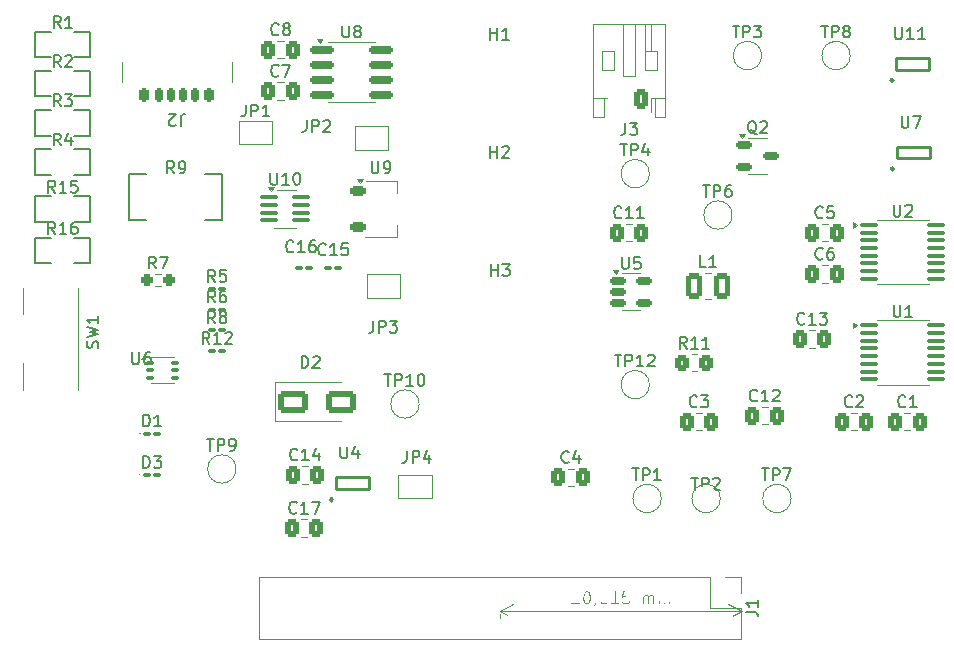
<source format=gbr>
%TF.GenerationSoftware,KiCad,Pcbnew,9.0.0*%
%TF.CreationDate,2025-03-28T12:19:08+02:00*%
%TF.ProjectId,EEE3088F_2025_Project,45454533-3038-4384-965f-323032355f50,rev?*%
%TF.SameCoordinates,Original*%
%TF.FileFunction,Legend,Top*%
%TF.FilePolarity,Positive*%
%FSLAX46Y46*%
G04 Gerber Fmt 4.6, Leading zero omitted, Abs format (unit mm)*
G04 Created by KiCad (PCBNEW 9.0.0) date 2025-03-28 12:19:08*
%MOMM*%
%LPD*%
G01*
G04 APERTURE LIST*
G04 Aperture macros list*
%AMRoundRect*
0 Rectangle with rounded corners*
0 $1 Rounding radius*
0 $2 $3 $4 $5 $6 $7 $8 $9 X,Y pos of 4 corners*
0 Add a 4 corners polygon primitive as box body*
4,1,4,$2,$3,$4,$5,$6,$7,$8,$9,$2,$3,0*
0 Add four circle primitives for the rounded corners*
1,1,$1+$1,$2,$3*
1,1,$1+$1,$4,$5*
1,1,$1+$1,$6,$7*
1,1,$1+$1,$8,$9*
0 Add four rect primitives between the rounded corners*
20,1,$1+$1,$2,$3,$4,$5,0*
20,1,$1+$1,$4,$5,$6,$7,0*
20,1,$1+$1,$6,$7,$8,$9,0*
20,1,$1+$1,$8,$9,$2,$3,0*%
%AMFreePoly0*
4,1,9,3.862500,-0.866500,0.737500,-0.866500,0.737500,-0.450000,-0.737500,-0.450000,-0.737500,0.450000,0.737500,0.450000,0.737500,0.866500,3.862500,0.866500,3.862500,-0.866500,3.862500,-0.866500,$1*%
G04 Aperture macros list end*
%ADD10C,0.100000*%
%ADD11C,0.150000*%
%ADD12C,0.120000*%
%ADD13C,0.254000*%
%ADD14C,0.249000*%
%ADD15C,0.152500*%
%ADD16RoundRect,0.100000X-0.680000X-0.100000X0.680000X-0.100000X0.680000X0.100000X-0.680000X0.100000X0*%
%ADD17R,1.000000X1.500000*%
%ADD18R,0.622500X1.105000*%
%ADD19RoundRect,0.250000X-0.337500X-0.475000X0.337500X-0.475000X0.337500X0.475000X-0.337500X0.475000X0*%
%ADD20RoundRect,0.250000X-0.350000X-0.450000X0.350000X-0.450000X0.350000X0.450000X-0.350000X0.450000X0*%
%ADD21C,2.000000*%
%ADD22R,1.207500X1.701000*%
%ADD23R,1.282500X3.456000*%
%ADD24RoundRect,0.250001X-0.462499X-0.849999X0.462499X-0.849999X0.462499X0.849999X-0.462499X0.849999X0*%
%ADD25C,5.600000*%
%ADD26RoundRect,0.100000X-0.217500X-0.100000X0.217500X-0.100000X0.217500X0.100000X-0.217500X0.100000X0*%
%ADD27RoundRect,0.150000X-0.825000X-0.150000X0.825000X-0.150000X0.825000X0.150000X-0.825000X0.150000X0*%
%ADD28R,2.410000X3.300000*%
%ADD29RoundRect,0.250000X0.350000X0.625000X-0.350000X0.625000X-0.350000X-0.625000X0.350000X-0.625000X0*%
%ADD30O,1.200000X1.750000*%
%ADD31RoundRect,0.100000X-0.637500X-0.100000X0.637500X-0.100000X0.637500X0.100000X-0.637500X0.100000X0*%
%ADD32R,1.700000X1.700000*%
%ADD33O,1.700000X1.700000*%
%ADD34RoundRect,0.175000X0.175000X0.425000X-0.175000X0.425000X-0.175000X-0.425000X0.175000X-0.425000X0*%
%ADD35RoundRect,0.190000X-0.190000X-0.410000X0.190000X-0.410000X0.190000X0.410000X-0.190000X0.410000X0*%
%ADD36RoundRect,0.200000X-0.200000X-0.400000X0.200000X-0.400000X0.200000X0.400000X-0.200000X0.400000X0*%
%ADD37RoundRect,0.175000X-0.175000X-0.425000X0.175000X-0.425000X0.175000X0.425000X-0.175000X0.425000X0*%
%ADD38RoundRect,0.190000X0.190000X0.410000X-0.190000X0.410000X-0.190000X-0.410000X0.190000X-0.410000X0*%
%ADD39RoundRect,0.200000X0.200000X0.400000X-0.200000X0.400000X-0.200000X-0.400000X0.200000X-0.400000X0*%
%ADD40O,1.100000X1.700000*%
%ADD41RoundRect,0.237500X-0.250000X-0.237500X0.250000X-0.237500X0.250000X0.237500X-0.250000X0.237500X0*%
%ADD42RoundRect,0.150000X-0.512500X-0.150000X0.512500X-0.150000X0.512500X0.150000X-0.512500X0.150000X0*%
%ADD43RoundRect,0.225000X-0.425000X-0.225000X0.425000X-0.225000X0.425000X0.225000X-0.425000X0.225000X0*%
%ADD44FreePoly0,0.000000*%
%ADD45RoundRect,0.250000X-1.000000X-0.650000X1.000000X-0.650000X1.000000X0.650000X-1.000000X0.650000X0*%
%ADD46O,3.500000X2.200000*%
%ADD47R,2.500000X1.500000*%
%ADD48O,2.500000X1.500000*%
%ADD49RoundRect,0.075000X-0.247500X-0.075000X0.247500X-0.075000X0.247500X0.075000X-0.247500X0.075000X0*%
%ADD50R,1.010000X1.700000*%
G04 APERTURE END LIST*
D10*
X90632143Y-124452657D02*
X90679762Y-124405038D01*
X90679762Y-124405038D02*
X90775000Y-124357419D01*
X90775000Y-124357419D02*
X91013095Y-124357419D01*
X91013095Y-124357419D02*
X91108333Y-124405038D01*
X91108333Y-124405038D02*
X91155952Y-124452657D01*
X91155952Y-124452657D02*
X91203571Y-124547895D01*
X91203571Y-124547895D02*
X91203571Y-124643133D01*
X91203571Y-124643133D02*
X91155952Y-124785990D01*
X91155952Y-124785990D02*
X90584524Y-125357419D01*
X90584524Y-125357419D02*
X91203571Y-125357419D01*
X91822619Y-124357419D02*
X91917857Y-124357419D01*
X91917857Y-124357419D02*
X92013095Y-124405038D01*
X92013095Y-124405038D02*
X92060714Y-124452657D01*
X92060714Y-124452657D02*
X92108333Y-124547895D01*
X92108333Y-124547895D02*
X92155952Y-124738371D01*
X92155952Y-124738371D02*
X92155952Y-124976466D01*
X92155952Y-124976466D02*
X92108333Y-125166942D01*
X92108333Y-125166942D02*
X92060714Y-125262180D01*
X92060714Y-125262180D02*
X92013095Y-125309800D01*
X92013095Y-125309800D02*
X91917857Y-125357419D01*
X91917857Y-125357419D02*
X91822619Y-125357419D01*
X91822619Y-125357419D02*
X91727381Y-125309800D01*
X91727381Y-125309800D02*
X91679762Y-125262180D01*
X91679762Y-125262180D02*
X91632143Y-125166942D01*
X91632143Y-125166942D02*
X91584524Y-124976466D01*
X91584524Y-124976466D02*
X91584524Y-124738371D01*
X91584524Y-124738371D02*
X91632143Y-124547895D01*
X91632143Y-124547895D02*
X91679762Y-124452657D01*
X91679762Y-124452657D02*
X91727381Y-124405038D01*
X91727381Y-124405038D02*
X91822619Y-124357419D01*
X92632143Y-125309800D02*
X92632143Y-125357419D01*
X92632143Y-125357419D02*
X92584524Y-125452657D01*
X92584524Y-125452657D02*
X92536905Y-125500276D01*
X93489285Y-124357419D02*
X93298809Y-124357419D01*
X93298809Y-124357419D02*
X93203571Y-124405038D01*
X93203571Y-124405038D02*
X93155952Y-124452657D01*
X93155952Y-124452657D02*
X93060714Y-124595514D01*
X93060714Y-124595514D02*
X93013095Y-124785990D01*
X93013095Y-124785990D02*
X93013095Y-125166942D01*
X93013095Y-125166942D02*
X93060714Y-125262180D01*
X93060714Y-125262180D02*
X93108333Y-125309800D01*
X93108333Y-125309800D02*
X93203571Y-125357419D01*
X93203571Y-125357419D02*
X93394047Y-125357419D01*
X93394047Y-125357419D02*
X93489285Y-125309800D01*
X93489285Y-125309800D02*
X93536904Y-125262180D01*
X93536904Y-125262180D02*
X93584523Y-125166942D01*
X93584523Y-125166942D02*
X93584523Y-124928847D01*
X93584523Y-124928847D02*
X93536904Y-124833609D01*
X93536904Y-124833609D02*
X93489285Y-124785990D01*
X93489285Y-124785990D02*
X93394047Y-124738371D01*
X93394047Y-124738371D02*
X93203571Y-124738371D01*
X93203571Y-124738371D02*
X93108333Y-124785990D01*
X93108333Y-124785990D02*
X93060714Y-124833609D01*
X93060714Y-124833609D02*
X93013095Y-124928847D01*
X94536904Y-125357419D02*
X93965476Y-125357419D01*
X94251190Y-125357419D02*
X94251190Y-124357419D01*
X94251190Y-124357419D02*
X94155952Y-124500276D01*
X94155952Y-124500276D02*
X94060714Y-124595514D01*
X94060714Y-124595514D02*
X93965476Y-124643133D01*
X95441666Y-124357419D02*
X94965476Y-124357419D01*
X94965476Y-124357419D02*
X94917857Y-124833609D01*
X94917857Y-124833609D02*
X94965476Y-124785990D01*
X94965476Y-124785990D02*
X95060714Y-124738371D01*
X95060714Y-124738371D02*
X95298809Y-124738371D01*
X95298809Y-124738371D02*
X95394047Y-124785990D01*
X95394047Y-124785990D02*
X95441666Y-124833609D01*
X95441666Y-124833609D02*
X95489285Y-124928847D01*
X95489285Y-124928847D02*
X95489285Y-125166942D01*
X95489285Y-125166942D02*
X95441666Y-125262180D01*
X95441666Y-125262180D02*
X95394047Y-125309800D01*
X95394047Y-125309800D02*
X95298809Y-125357419D01*
X95298809Y-125357419D02*
X95060714Y-125357419D01*
X95060714Y-125357419D02*
X94965476Y-125309800D01*
X94965476Y-125309800D02*
X94917857Y-125262180D01*
X96679762Y-125357419D02*
X96679762Y-124690752D01*
X96679762Y-124785990D02*
X96727381Y-124738371D01*
X96727381Y-124738371D02*
X96822619Y-124690752D01*
X96822619Y-124690752D02*
X96965476Y-124690752D01*
X96965476Y-124690752D02*
X97060714Y-124738371D01*
X97060714Y-124738371D02*
X97108333Y-124833609D01*
X97108333Y-124833609D02*
X97108333Y-125357419D01*
X97108333Y-124833609D02*
X97155952Y-124738371D01*
X97155952Y-124738371D02*
X97251190Y-124690752D01*
X97251190Y-124690752D02*
X97394047Y-124690752D01*
X97394047Y-124690752D02*
X97489286Y-124738371D01*
X97489286Y-124738371D02*
X97536905Y-124833609D01*
X97536905Y-124833609D02*
X97536905Y-125357419D01*
X98013095Y-125357419D02*
X98013095Y-124690752D01*
X98013095Y-124785990D02*
X98060714Y-124738371D01*
X98060714Y-124738371D02*
X98155952Y-124690752D01*
X98155952Y-124690752D02*
X98298809Y-124690752D01*
X98298809Y-124690752D02*
X98394047Y-124738371D01*
X98394047Y-124738371D02*
X98441666Y-124833609D01*
X98441666Y-124833609D02*
X98441666Y-125357419D01*
X98441666Y-124833609D02*
X98489285Y-124738371D01*
X98489285Y-124738371D02*
X98584523Y-124690752D01*
X98584523Y-124690752D02*
X98727380Y-124690752D01*
X98727380Y-124690752D02*
X98822619Y-124738371D01*
X98822619Y-124738371D02*
X98870238Y-124833609D01*
X98870238Y-124833609D02*
X98870238Y-125357419D01*
X105000000Y-126000000D02*
X105000000Y-126000000D01*
X84550000Y-126586420D02*
X84550000Y-126275000D01*
X105000000Y-126000000D02*
X84550000Y-126000000D01*
X105000000Y-126000000D02*
X84550000Y-126000000D01*
X105000000Y-126000000D02*
X103873496Y-126586421D01*
X105000000Y-126000000D02*
X103873496Y-125413579D01*
X84550000Y-126000000D02*
X85676504Y-125413579D01*
X84550000Y-126000000D02*
X85676504Y-126586421D01*
X105000000Y-126000000D02*
X84550000Y-126000000D01*
X105000000Y-126000000D02*
X84550000Y-126000000D01*
X105000000Y-126000000D02*
X103873496Y-126586421D01*
X105000000Y-126000000D02*
X103873496Y-125413579D01*
X84550000Y-126000000D02*
X85676504Y-125413579D01*
X84550000Y-126000000D02*
X85676504Y-126586421D01*
D11*
X65111905Y-88934819D02*
X65111905Y-89744342D01*
X65111905Y-89744342D02*
X65159524Y-89839580D01*
X65159524Y-89839580D02*
X65207143Y-89887200D01*
X65207143Y-89887200D02*
X65302381Y-89934819D01*
X65302381Y-89934819D02*
X65492857Y-89934819D01*
X65492857Y-89934819D02*
X65588095Y-89887200D01*
X65588095Y-89887200D02*
X65635714Y-89839580D01*
X65635714Y-89839580D02*
X65683333Y-89744342D01*
X65683333Y-89744342D02*
X65683333Y-88934819D01*
X66683333Y-89934819D02*
X66111905Y-89934819D01*
X66397619Y-89934819D02*
X66397619Y-88934819D01*
X66397619Y-88934819D02*
X66302381Y-89077676D01*
X66302381Y-89077676D02*
X66207143Y-89172914D01*
X66207143Y-89172914D02*
X66111905Y-89220533D01*
X67302381Y-88934819D02*
X67397619Y-88934819D01*
X67397619Y-88934819D02*
X67492857Y-88982438D01*
X67492857Y-88982438D02*
X67540476Y-89030057D01*
X67540476Y-89030057D02*
X67588095Y-89125295D01*
X67588095Y-89125295D02*
X67635714Y-89315771D01*
X67635714Y-89315771D02*
X67635714Y-89553866D01*
X67635714Y-89553866D02*
X67588095Y-89744342D01*
X67588095Y-89744342D02*
X67540476Y-89839580D01*
X67540476Y-89839580D02*
X67492857Y-89887200D01*
X67492857Y-89887200D02*
X67397619Y-89934819D01*
X67397619Y-89934819D02*
X67302381Y-89934819D01*
X67302381Y-89934819D02*
X67207143Y-89887200D01*
X67207143Y-89887200D02*
X67159524Y-89839580D01*
X67159524Y-89839580D02*
X67111905Y-89744342D01*
X67111905Y-89744342D02*
X67064286Y-89553866D01*
X67064286Y-89553866D02*
X67064286Y-89315771D01*
X67064286Y-89315771D02*
X67111905Y-89125295D01*
X67111905Y-89125295D02*
X67159524Y-89030057D01*
X67159524Y-89030057D02*
X67207143Y-88982438D01*
X67207143Y-88982438D02*
X67302381Y-88934819D01*
X68166666Y-84454819D02*
X68166666Y-85169104D01*
X68166666Y-85169104D02*
X68119047Y-85311961D01*
X68119047Y-85311961D02*
X68023809Y-85407200D01*
X68023809Y-85407200D02*
X67880952Y-85454819D01*
X67880952Y-85454819D02*
X67785714Y-85454819D01*
X68642857Y-85454819D02*
X68642857Y-84454819D01*
X68642857Y-84454819D02*
X69023809Y-84454819D01*
X69023809Y-84454819D02*
X69119047Y-84502438D01*
X69119047Y-84502438D02*
X69166666Y-84550057D01*
X69166666Y-84550057D02*
X69214285Y-84645295D01*
X69214285Y-84645295D02*
X69214285Y-84788152D01*
X69214285Y-84788152D02*
X69166666Y-84883390D01*
X69166666Y-84883390D02*
X69119047Y-84931009D01*
X69119047Y-84931009D02*
X69023809Y-84978628D01*
X69023809Y-84978628D02*
X68642857Y-84978628D01*
X69595238Y-84550057D02*
X69642857Y-84502438D01*
X69642857Y-84502438D02*
X69738095Y-84454819D01*
X69738095Y-84454819D02*
X69976190Y-84454819D01*
X69976190Y-84454819D02*
X70071428Y-84502438D01*
X70071428Y-84502438D02*
X70119047Y-84550057D01*
X70119047Y-84550057D02*
X70166666Y-84645295D01*
X70166666Y-84645295D02*
X70166666Y-84740533D01*
X70166666Y-84740533D02*
X70119047Y-84883390D01*
X70119047Y-84883390D02*
X69547619Y-85454819D01*
X69547619Y-85454819D02*
X70166666Y-85454819D01*
X118018153Y-76602319D02*
X118018153Y-77411842D01*
X118018153Y-77411842D02*
X118065772Y-77507080D01*
X118065772Y-77507080D02*
X118113391Y-77554700D01*
X118113391Y-77554700D02*
X118208629Y-77602319D01*
X118208629Y-77602319D02*
X118399105Y-77602319D01*
X118399105Y-77602319D02*
X118494343Y-77554700D01*
X118494343Y-77554700D02*
X118541962Y-77507080D01*
X118541962Y-77507080D02*
X118589581Y-77411842D01*
X118589581Y-77411842D02*
X118589581Y-76602319D01*
X119589581Y-77602319D02*
X119018153Y-77602319D01*
X119303867Y-77602319D02*
X119303867Y-76602319D01*
X119303867Y-76602319D02*
X119208629Y-76745176D01*
X119208629Y-76745176D02*
X119113391Y-76840414D01*
X119113391Y-76840414D02*
X119018153Y-76888033D01*
X120541962Y-77602319D02*
X119970534Y-77602319D01*
X120256248Y-77602319D02*
X120256248Y-76602319D01*
X120256248Y-76602319D02*
X120161010Y-76745176D01*
X120161010Y-76745176D02*
X120065772Y-76840414D01*
X120065772Y-76840414D02*
X119970534Y-76888033D01*
X65795833Y-80679580D02*
X65748214Y-80727200D01*
X65748214Y-80727200D02*
X65605357Y-80774819D01*
X65605357Y-80774819D02*
X65510119Y-80774819D01*
X65510119Y-80774819D02*
X65367262Y-80727200D01*
X65367262Y-80727200D02*
X65272024Y-80631961D01*
X65272024Y-80631961D02*
X65224405Y-80536723D01*
X65224405Y-80536723D02*
X65176786Y-80346247D01*
X65176786Y-80346247D02*
X65176786Y-80203390D01*
X65176786Y-80203390D02*
X65224405Y-80012914D01*
X65224405Y-80012914D02*
X65272024Y-79917676D01*
X65272024Y-79917676D02*
X65367262Y-79822438D01*
X65367262Y-79822438D02*
X65510119Y-79774819D01*
X65510119Y-79774819D02*
X65605357Y-79774819D01*
X65605357Y-79774819D02*
X65748214Y-79822438D01*
X65748214Y-79822438D02*
X65795833Y-79870057D01*
X66129167Y-79774819D02*
X66795833Y-79774819D01*
X66795833Y-79774819D02*
X66367262Y-80774819D01*
X100357142Y-103804819D02*
X100023809Y-103328628D01*
X99785714Y-103804819D02*
X99785714Y-102804819D01*
X99785714Y-102804819D02*
X100166666Y-102804819D01*
X100166666Y-102804819D02*
X100261904Y-102852438D01*
X100261904Y-102852438D02*
X100309523Y-102900057D01*
X100309523Y-102900057D02*
X100357142Y-102995295D01*
X100357142Y-102995295D02*
X100357142Y-103138152D01*
X100357142Y-103138152D02*
X100309523Y-103233390D01*
X100309523Y-103233390D02*
X100261904Y-103281009D01*
X100261904Y-103281009D02*
X100166666Y-103328628D01*
X100166666Y-103328628D02*
X99785714Y-103328628D01*
X101309523Y-103804819D02*
X100738095Y-103804819D01*
X101023809Y-103804819D02*
X101023809Y-102804819D01*
X101023809Y-102804819D02*
X100928571Y-102947676D01*
X100928571Y-102947676D02*
X100833333Y-103042914D01*
X100833333Y-103042914D02*
X100738095Y-103090533D01*
X102261904Y-103804819D02*
X101690476Y-103804819D01*
X101976190Y-103804819D02*
X101976190Y-102804819D01*
X101976190Y-102804819D02*
X101880952Y-102947676D01*
X101880952Y-102947676D02*
X101785714Y-103042914D01*
X101785714Y-103042914D02*
X101690476Y-103090533D01*
X71044343Y-112102319D02*
X71044343Y-112911842D01*
X71044343Y-112911842D02*
X71091962Y-113007080D01*
X71091962Y-113007080D02*
X71139581Y-113054700D01*
X71139581Y-113054700D02*
X71234819Y-113102319D01*
X71234819Y-113102319D02*
X71425295Y-113102319D01*
X71425295Y-113102319D02*
X71520533Y-113054700D01*
X71520533Y-113054700D02*
X71568152Y-113007080D01*
X71568152Y-113007080D02*
X71615771Y-112911842D01*
X71615771Y-112911842D02*
X71615771Y-112102319D01*
X72520533Y-112435652D02*
X72520533Y-113102319D01*
X72282438Y-112054700D02*
X72044343Y-112768985D01*
X72044343Y-112768985D02*
X72663390Y-112768985D01*
X101738095Y-89956819D02*
X102309523Y-89956819D01*
X102023809Y-90956819D02*
X102023809Y-89956819D01*
X102642857Y-90956819D02*
X102642857Y-89956819D01*
X102642857Y-89956819D02*
X103023809Y-89956819D01*
X103023809Y-89956819D02*
X103119047Y-90004438D01*
X103119047Y-90004438D02*
X103166666Y-90052057D01*
X103166666Y-90052057D02*
X103214285Y-90147295D01*
X103214285Y-90147295D02*
X103214285Y-90290152D01*
X103214285Y-90290152D02*
X103166666Y-90385390D01*
X103166666Y-90385390D02*
X103119047Y-90433009D01*
X103119047Y-90433009D02*
X103023809Y-90480628D01*
X103023809Y-90480628D02*
X102642857Y-90480628D01*
X104071428Y-89956819D02*
X103880952Y-89956819D01*
X103880952Y-89956819D02*
X103785714Y-90004438D01*
X103785714Y-90004438D02*
X103738095Y-90052057D01*
X103738095Y-90052057D02*
X103642857Y-90194914D01*
X103642857Y-90194914D02*
X103595238Y-90385390D01*
X103595238Y-90385390D02*
X103595238Y-90766342D01*
X103595238Y-90766342D02*
X103642857Y-90861580D01*
X103642857Y-90861580D02*
X103690476Y-90909200D01*
X103690476Y-90909200D02*
X103785714Y-90956819D01*
X103785714Y-90956819D02*
X103976190Y-90956819D01*
X103976190Y-90956819D02*
X104071428Y-90909200D01*
X104071428Y-90909200D02*
X104119047Y-90861580D01*
X104119047Y-90861580D02*
X104166666Y-90766342D01*
X104166666Y-90766342D02*
X104166666Y-90528247D01*
X104166666Y-90528247D02*
X104119047Y-90433009D01*
X104119047Y-90433009D02*
X104071428Y-90385390D01*
X104071428Y-90385390D02*
X103976190Y-90337771D01*
X103976190Y-90337771D02*
X103785714Y-90337771D01*
X103785714Y-90337771D02*
X103690476Y-90385390D01*
X103690476Y-90385390D02*
X103642857Y-90433009D01*
X103642857Y-90433009D02*
X103595238Y-90528247D01*
X47354333Y-83289069D02*
X47021000Y-82812878D01*
X46782905Y-83289069D02*
X46782905Y-82289069D01*
X46782905Y-82289069D02*
X47163857Y-82289069D01*
X47163857Y-82289069D02*
X47259095Y-82336688D01*
X47259095Y-82336688D02*
X47306714Y-82384307D01*
X47306714Y-82384307D02*
X47354333Y-82479545D01*
X47354333Y-82479545D02*
X47354333Y-82622402D01*
X47354333Y-82622402D02*
X47306714Y-82717640D01*
X47306714Y-82717640D02*
X47259095Y-82765259D01*
X47259095Y-82765259D02*
X47163857Y-82812878D01*
X47163857Y-82812878D02*
X46782905Y-82812878D01*
X47687667Y-82289069D02*
X48306714Y-82289069D01*
X48306714Y-82289069D02*
X47973381Y-82670021D01*
X47973381Y-82670021D02*
X48116238Y-82670021D01*
X48116238Y-82670021D02*
X48211476Y-82717640D01*
X48211476Y-82717640D02*
X48259095Y-82765259D01*
X48259095Y-82765259D02*
X48306714Y-82860497D01*
X48306714Y-82860497D02*
X48306714Y-83098592D01*
X48306714Y-83098592D02*
X48259095Y-83193830D01*
X48259095Y-83193830D02*
X48211476Y-83241450D01*
X48211476Y-83241450D02*
X48116238Y-83289069D01*
X48116238Y-83289069D02*
X47830524Y-83289069D01*
X47830524Y-83289069D02*
X47735286Y-83241450D01*
X47735286Y-83241450D02*
X47687667Y-83193830D01*
X56966333Y-88954819D02*
X56633000Y-88478628D01*
X56394905Y-88954819D02*
X56394905Y-87954819D01*
X56394905Y-87954819D02*
X56775857Y-87954819D01*
X56775857Y-87954819D02*
X56871095Y-88002438D01*
X56871095Y-88002438D02*
X56918714Y-88050057D01*
X56918714Y-88050057D02*
X56966333Y-88145295D01*
X56966333Y-88145295D02*
X56966333Y-88288152D01*
X56966333Y-88288152D02*
X56918714Y-88383390D01*
X56918714Y-88383390D02*
X56871095Y-88431009D01*
X56871095Y-88431009D02*
X56775857Y-88478628D01*
X56775857Y-88478628D02*
X56394905Y-88478628D01*
X57442524Y-88954819D02*
X57633000Y-88954819D01*
X57633000Y-88954819D02*
X57728238Y-88907200D01*
X57728238Y-88907200D02*
X57775857Y-88859580D01*
X57775857Y-88859580D02*
X57871095Y-88716723D01*
X57871095Y-88716723D02*
X57918714Y-88526247D01*
X57918714Y-88526247D02*
X57918714Y-88145295D01*
X57918714Y-88145295D02*
X57871095Y-88050057D01*
X57871095Y-88050057D02*
X57823476Y-88002438D01*
X57823476Y-88002438D02*
X57728238Y-87954819D01*
X57728238Y-87954819D02*
X57537762Y-87954819D01*
X57537762Y-87954819D02*
X57442524Y-88002438D01*
X57442524Y-88002438D02*
X57394905Y-88050057D01*
X57394905Y-88050057D02*
X57347286Y-88145295D01*
X57347286Y-88145295D02*
X57347286Y-88383390D01*
X57347286Y-88383390D02*
X57394905Y-88478628D01*
X57394905Y-88478628D02*
X57442524Y-88526247D01*
X57442524Y-88526247D02*
X57537762Y-88573866D01*
X57537762Y-88573866D02*
X57728238Y-88573866D01*
X57728238Y-88573866D02*
X57823476Y-88526247D01*
X57823476Y-88526247D02*
X57871095Y-88478628D01*
X57871095Y-88478628D02*
X57918714Y-88383390D01*
X101995833Y-96904819D02*
X101519643Y-96904819D01*
X101519643Y-96904819D02*
X101519643Y-95904819D01*
X102852976Y-96904819D02*
X102281548Y-96904819D01*
X102567262Y-96904819D02*
X102567262Y-95904819D01*
X102567262Y-95904819D02*
X102472024Y-96047676D01*
X102472024Y-96047676D02*
X102376786Y-96142914D01*
X102376786Y-96142914D02*
X102281548Y-96190533D01*
X83738095Y-87654819D02*
X83738095Y-86654819D01*
X83738095Y-87131009D02*
X84309523Y-87131009D01*
X84309523Y-87654819D02*
X84309523Y-86654819D01*
X84738095Y-86750057D02*
X84785714Y-86702438D01*
X84785714Y-86702438D02*
X84880952Y-86654819D01*
X84880952Y-86654819D02*
X85119047Y-86654819D01*
X85119047Y-86654819D02*
X85214285Y-86702438D01*
X85214285Y-86702438D02*
X85261904Y-86750057D01*
X85261904Y-86750057D02*
X85309523Y-86845295D01*
X85309523Y-86845295D02*
X85309523Y-86940533D01*
X85309523Y-86940533D02*
X85261904Y-87083390D01*
X85261904Y-87083390D02*
X84690476Y-87654819D01*
X84690476Y-87654819D02*
X85309523Y-87654819D01*
X101219633Y-108679580D02*
X101172014Y-108727200D01*
X101172014Y-108727200D02*
X101029157Y-108774819D01*
X101029157Y-108774819D02*
X100933919Y-108774819D01*
X100933919Y-108774819D02*
X100791062Y-108727200D01*
X100791062Y-108727200D02*
X100695824Y-108631961D01*
X100695824Y-108631961D02*
X100648205Y-108536723D01*
X100648205Y-108536723D02*
X100600586Y-108346247D01*
X100600586Y-108346247D02*
X100600586Y-108203390D01*
X100600586Y-108203390D02*
X100648205Y-108012914D01*
X100648205Y-108012914D02*
X100695824Y-107917676D01*
X100695824Y-107917676D02*
X100791062Y-107822438D01*
X100791062Y-107822438D02*
X100933919Y-107774819D01*
X100933919Y-107774819D02*
X101029157Y-107774819D01*
X101029157Y-107774819D02*
X101172014Y-107822438D01*
X101172014Y-107822438D02*
X101219633Y-107870057D01*
X101552967Y-107774819D02*
X102172014Y-107774819D01*
X102172014Y-107774819D02*
X101838681Y-108155771D01*
X101838681Y-108155771D02*
X101981538Y-108155771D01*
X101981538Y-108155771D02*
X102076776Y-108203390D01*
X102076776Y-108203390D02*
X102124395Y-108251009D01*
X102124395Y-108251009D02*
X102172014Y-108346247D01*
X102172014Y-108346247D02*
X102172014Y-108584342D01*
X102172014Y-108584342D02*
X102124395Y-108679580D01*
X102124395Y-108679580D02*
X102076776Y-108727200D01*
X102076776Y-108727200D02*
X101981538Y-108774819D01*
X101981538Y-108774819D02*
X101695824Y-108774819D01*
X101695824Y-108774819D02*
X101600586Y-108727200D01*
X101600586Y-108727200D02*
X101552967Y-108679580D01*
X95738095Y-113956819D02*
X96309523Y-113956819D01*
X96023809Y-114956819D02*
X96023809Y-113956819D01*
X96642857Y-114956819D02*
X96642857Y-113956819D01*
X96642857Y-113956819D02*
X97023809Y-113956819D01*
X97023809Y-113956819D02*
X97119047Y-114004438D01*
X97119047Y-114004438D02*
X97166666Y-114052057D01*
X97166666Y-114052057D02*
X97214285Y-114147295D01*
X97214285Y-114147295D02*
X97214285Y-114290152D01*
X97214285Y-114290152D02*
X97166666Y-114385390D01*
X97166666Y-114385390D02*
X97119047Y-114433009D01*
X97119047Y-114433009D02*
X97023809Y-114480628D01*
X97023809Y-114480628D02*
X96642857Y-114480628D01*
X98166666Y-114956819D02*
X97595238Y-114956819D01*
X97880952Y-114956819D02*
X97880952Y-113956819D01*
X97880952Y-113956819D02*
X97785714Y-114099676D01*
X97785714Y-114099676D02*
X97690476Y-114194914D01*
X97690476Y-114194914D02*
X97595238Y-114242533D01*
X60425833Y-101654819D02*
X60092500Y-101178628D01*
X59854405Y-101654819D02*
X59854405Y-100654819D01*
X59854405Y-100654819D02*
X60235357Y-100654819D01*
X60235357Y-100654819D02*
X60330595Y-100702438D01*
X60330595Y-100702438D02*
X60378214Y-100750057D01*
X60378214Y-100750057D02*
X60425833Y-100845295D01*
X60425833Y-100845295D02*
X60425833Y-100988152D01*
X60425833Y-100988152D02*
X60378214Y-101083390D01*
X60378214Y-101083390D02*
X60330595Y-101131009D01*
X60330595Y-101131009D02*
X60235357Y-101178628D01*
X60235357Y-101178628D02*
X59854405Y-101178628D01*
X60997262Y-101083390D02*
X60902024Y-101035771D01*
X60902024Y-101035771D02*
X60854405Y-100988152D01*
X60854405Y-100988152D02*
X60806786Y-100892914D01*
X60806786Y-100892914D02*
X60806786Y-100845295D01*
X60806786Y-100845295D02*
X60854405Y-100750057D01*
X60854405Y-100750057D02*
X60902024Y-100702438D01*
X60902024Y-100702438D02*
X60997262Y-100654819D01*
X60997262Y-100654819D02*
X61187738Y-100654819D01*
X61187738Y-100654819D02*
X61282976Y-100702438D01*
X61282976Y-100702438D02*
X61330595Y-100750057D01*
X61330595Y-100750057D02*
X61378214Y-100845295D01*
X61378214Y-100845295D02*
X61378214Y-100892914D01*
X61378214Y-100892914D02*
X61330595Y-100988152D01*
X61330595Y-100988152D02*
X61282976Y-101035771D01*
X61282976Y-101035771D02*
X61187738Y-101083390D01*
X61187738Y-101083390D02*
X60997262Y-101083390D01*
X60997262Y-101083390D02*
X60902024Y-101131009D01*
X60902024Y-101131009D02*
X60854405Y-101178628D01*
X60854405Y-101178628D02*
X60806786Y-101273866D01*
X60806786Y-101273866D02*
X60806786Y-101464342D01*
X60806786Y-101464342D02*
X60854405Y-101559580D01*
X60854405Y-101559580D02*
X60902024Y-101607200D01*
X60902024Y-101607200D02*
X60997262Y-101654819D01*
X60997262Y-101654819D02*
X61187738Y-101654819D01*
X61187738Y-101654819D02*
X61282976Y-101607200D01*
X61282976Y-101607200D02*
X61330595Y-101559580D01*
X61330595Y-101559580D02*
X61378214Y-101464342D01*
X61378214Y-101464342D02*
X61378214Y-101273866D01*
X61378214Y-101273866D02*
X61330595Y-101178628D01*
X61330595Y-101178628D02*
X61282976Y-101131009D01*
X61282976Y-101131009D02*
X61187738Y-101083390D01*
X63016666Y-83154819D02*
X63016666Y-83869104D01*
X63016666Y-83869104D02*
X62969047Y-84011961D01*
X62969047Y-84011961D02*
X62873809Y-84107200D01*
X62873809Y-84107200D02*
X62730952Y-84154819D01*
X62730952Y-84154819D02*
X62635714Y-84154819D01*
X63492857Y-84154819D02*
X63492857Y-83154819D01*
X63492857Y-83154819D02*
X63873809Y-83154819D01*
X63873809Y-83154819D02*
X63969047Y-83202438D01*
X63969047Y-83202438D02*
X64016666Y-83250057D01*
X64016666Y-83250057D02*
X64064285Y-83345295D01*
X64064285Y-83345295D02*
X64064285Y-83488152D01*
X64064285Y-83488152D02*
X64016666Y-83583390D01*
X64016666Y-83583390D02*
X63969047Y-83631009D01*
X63969047Y-83631009D02*
X63873809Y-83678628D01*
X63873809Y-83678628D02*
X63492857Y-83678628D01*
X65016666Y-84154819D02*
X64445238Y-84154819D01*
X64730952Y-84154819D02*
X64730952Y-83154819D01*
X64730952Y-83154819D02*
X64635714Y-83297676D01*
X64635714Y-83297676D02*
X64540476Y-83392914D01*
X64540476Y-83392914D02*
X64445238Y-83440533D01*
X71213095Y-76459819D02*
X71213095Y-77269342D01*
X71213095Y-77269342D02*
X71260714Y-77364580D01*
X71260714Y-77364580D02*
X71308333Y-77412200D01*
X71308333Y-77412200D02*
X71403571Y-77459819D01*
X71403571Y-77459819D02*
X71594047Y-77459819D01*
X71594047Y-77459819D02*
X71689285Y-77412200D01*
X71689285Y-77412200D02*
X71736904Y-77364580D01*
X71736904Y-77364580D02*
X71784523Y-77269342D01*
X71784523Y-77269342D02*
X71784523Y-76459819D01*
X72403571Y-76888390D02*
X72308333Y-76840771D01*
X72308333Y-76840771D02*
X72260714Y-76793152D01*
X72260714Y-76793152D02*
X72213095Y-76697914D01*
X72213095Y-76697914D02*
X72213095Y-76650295D01*
X72213095Y-76650295D02*
X72260714Y-76555057D01*
X72260714Y-76555057D02*
X72308333Y-76507438D01*
X72308333Y-76507438D02*
X72403571Y-76459819D01*
X72403571Y-76459819D02*
X72594047Y-76459819D01*
X72594047Y-76459819D02*
X72689285Y-76507438D01*
X72689285Y-76507438D02*
X72736904Y-76555057D01*
X72736904Y-76555057D02*
X72784523Y-76650295D01*
X72784523Y-76650295D02*
X72784523Y-76697914D01*
X72784523Y-76697914D02*
X72736904Y-76793152D01*
X72736904Y-76793152D02*
X72689285Y-76840771D01*
X72689285Y-76840771D02*
X72594047Y-76888390D01*
X72594047Y-76888390D02*
X72403571Y-76888390D01*
X72403571Y-76888390D02*
X72308333Y-76936009D01*
X72308333Y-76936009D02*
X72260714Y-76983628D01*
X72260714Y-76983628D02*
X72213095Y-77078866D01*
X72213095Y-77078866D02*
X72213095Y-77269342D01*
X72213095Y-77269342D02*
X72260714Y-77364580D01*
X72260714Y-77364580D02*
X72308333Y-77412200D01*
X72308333Y-77412200D02*
X72403571Y-77459819D01*
X72403571Y-77459819D02*
X72594047Y-77459819D01*
X72594047Y-77459819D02*
X72689285Y-77412200D01*
X72689285Y-77412200D02*
X72736904Y-77364580D01*
X72736904Y-77364580D02*
X72784523Y-77269342D01*
X72784523Y-77269342D02*
X72784523Y-77078866D01*
X72784523Y-77078866D02*
X72736904Y-76983628D01*
X72736904Y-76983628D02*
X72689285Y-76936009D01*
X72689285Y-76936009D02*
X72594047Y-76888390D01*
X95166666Y-84704819D02*
X95166666Y-85419104D01*
X95166666Y-85419104D02*
X95119047Y-85561961D01*
X95119047Y-85561961D02*
X95023809Y-85657200D01*
X95023809Y-85657200D02*
X94880952Y-85704819D01*
X94880952Y-85704819D02*
X94785714Y-85704819D01*
X95547619Y-84704819D02*
X96166666Y-84704819D01*
X96166666Y-84704819D02*
X95833333Y-85085771D01*
X95833333Y-85085771D02*
X95976190Y-85085771D01*
X95976190Y-85085771D02*
X96071428Y-85133390D01*
X96071428Y-85133390D02*
X96119047Y-85181009D01*
X96119047Y-85181009D02*
X96166666Y-85276247D01*
X96166666Y-85276247D02*
X96166666Y-85514342D01*
X96166666Y-85514342D02*
X96119047Y-85609580D01*
X96119047Y-85609580D02*
X96071428Y-85657200D01*
X96071428Y-85657200D02*
X95976190Y-85704819D01*
X95976190Y-85704819D02*
X95690476Y-85704819D01*
X95690476Y-85704819D02*
X95595238Y-85657200D01*
X95595238Y-85657200D02*
X95547619Y-85609580D01*
X46878142Y-94099569D02*
X46544809Y-93623378D01*
X46306714Y-94099569D02*
X46306714Y-93099569D01*
X46306714Y-93099569D02*
X46687666Y-93099569D01*
X46687666Y-93099569D02*
X46782904Y-93147188D01*
X46782904Y-93147188D02*
X46830523Y-93194807D01*
X46830523Y-93194807D02*
X46878142Y-93290045D01*
X46878142Y-93290045D02*
X46878142Y-93432902D01*
X46878142Y-93432902D02*
X46830523Y-93528140D01*
X46830523Y-93528140D02*
X46782904Y-93575759D01*
X46782904Y-93575759D02*
X46687666Y-93623378D01*
X46687666Y-93623378D02*
X46306714Y-93623378D01*
X47830523Y-94099569D02*
X47259095Y-94099569D01*
X47544809Y-94099569D02*
X47544809Y-93099569D01*
X47544809Y-93099569D02*
X47449571Y-93242426D01*
X47449571Y-93242426D02*
X47354333Y-93337664D01*
X47354333Y-93337664D02*
X47259095Y-93385283D01*
X48687666Y-93099569D02*
X48497190Y-93099569D01*
X48497190Y-93099569D02*
X48401952Y-93147188D01*
X48401952Y-93147188D02*
X48354333Y-93194807D01*
X48354333Y-93194807D02*
X48259095Y-93337664D01*
X48259095Y-93337664D02*
X48211476Y-93528140D01*
X48211476Y-93528140D02*
X48211476Y-93909092D01*
X48211476Y-93909092D02*
X48259095Y-94004330D01*
X48259095Y-94004330D02*
X48306714Y-94051950D01*
X48306714Y-94051950D02*
X48401952Y-94099569D01*
X48401952Y-94099569D02*
X48592428Y-94099569D01*
X48592428Y-94099569D02*
X48687666Y-94051950D01*
X48687666Y-94051950D02*
X48735285Y-94004330D01*
X48735285Y-94004330D02*
X48782904Y-93909092D01*
X48782904Y-93909092D02*
X48782904Y-93670997D01*
X48782904Y-93670997D02*
X48735285Y-93575759D01*
X48735285Y-93575759D02*
X48687666Y-93528140D01*
X48687666Y-93528140D02*
X48592428Y-93480521D01*
X48592428Y-93480521D02*
X48401952Y-93480521D01*
X48401952Y-93480521D02*
X48306714Y-93528140D01*
X48306714Y-93528140D02*
X48259095Y-93575759D01*
X48259095Y-93575759D02*
X48211476Y-93670997D01*
X111738095Y-76456819D02*
X112309523Y-76456819D01*
X112023809Y-77456819D02*
X112023809Y-76456819D01*
X112642857Y-77456819D02*
X112642857Y-76456819D01*
X112642857Y-76456819D02*
X113023809Y-76456819D01*
X113023809Y-76456819D02*
X113119047Y-76504438D01*
X113119047Y-76504438D02*
X113166666Y-76552057D01*
X113166666Y-76552057D02*
X113214285Y-76647295D01*
X113214285Y-76647295D02*
X113214285Y-76790152D01*
X113214285Y-76790152D02*
X113166666Y-76885390D01*
X113166666Y-76885390D02*
X113119047Y-76933009D01*
X113119047Y-76933009D02*
X113023809Y-76980628D01*
X113023809Y-76980628D02*
X112642857Y-76980628D01*
X113785714Y-76885390D02*
X113690476Y-76837771D01*
X113690476Y-76837771D02*
X113642857Y-76790152D01*
X113642857Y-76790152D02*
X113595238Y-76694914D01*
X113595238Y-76694914D02*
X113595238Y-76647295D01*
X113595238Y-76647295D02*
X113642857Y-76552057D01*
X113642857Y-76552057D02*
X113690476Y-76504438D01*
X113690476Y-76504438D02*
X113785714Y-76456819D01*
X113785714Y-76456819D02*
X113976190Y-76456819D01*
X113976190Y-76456819D02*
X114071428Y-76504438D01*
X114071428Y-76504438D02*
X114119047Y-76552057D01*
X114119047Y-76552057D02*
X114166666Y-76647295D01*
X114166666Y-76647295D02*
X114166666Y-76694914D01*
X114166666Y-76694914D02*
X114119047Y-76790152D01*
X114119047Y-76790152D02*
X114071428Y-76837771D01*
X114071428Y-76837771D02*
X113976190Y-76885390D01*
X113976190Y-76885390D02*
X113785714Y-76885390D01*
X113785714Y-76885390D02*
X113690476Y-76933009D01*
X113690476Y-76933009D02*
X113642857Y-76980628D01*
X113642857Y-76980628D02*
X113595238Y-77075866D01*
X113595238Y-77075866D02*
X113595238Y-77266342D01*
X113595238Y-77266342D02*
X113642857Y-77361580D01*
X113642857Y-77361580D02*
X113690476Y-77409200D01*
X113690476Y-77409200D02*
X113785714Y-77456819D01*
X113785714Y-77456819D02*
X113976190Y-77456819D01*
X113976190Y-77456819D02*
X114071428Y-77409200D01*
X114071428Y-77409200D02*
X114119047Y-77361580D01*
X114119047Y-77361580D02*
X114166666Y-77266342D01*
X114166666Y-77266342D02*
X114166666Y-77075866D01*
X114166666Y-77075866D02*
X114119047Y-76980628D01*
X114119047Y-76980628D02*
X114071428Y-76933009D01*
X114071428Y-76933009D02*
X113976190Y-76885390D01*
X117875595Y-100129819D02*
X117875595Y-100939342D01*
X117875595Y-100939342D02*
X117923214Y-101034580D01*
X117923214Y-101034580D02*
X117970833Y-101082200D01*
X117970833Y-101082200D02*
X118066071Y-101129819D01*
X118066071Y-101129819D02*
X118256547Y-101129819D01*
X118256547Y-101129819D02*
X118351785Y-101082200D01*
X118351785Y-101082200D02*
X118399404Y-101034580D01*
X118399404Y-101034580D02*
X118447023Y-100939342D01*
X118447023Y-100939342D02*
X118447023Y-100129819D01*
X119447023Y-101129819D02*
X118875595Y-101129819D01*
X119161309Y-101129819D02*
X119161309Y-100129819D01*
X119161309Y-100129819D02*
X119066071Y-100272676D01*
X119066071Y-100272676D02*
X118970833Y-100367914D01*
X118970833Y-100367914D02*
X118875595Y-100415533D01*
X67049642Y-95559580D02*
X67002023Y-95607200D01*
X67002023Y-95607200D02*
X66859166Y-95654819D01*
X66859166Y-95654819D02*
X66763928Y-95654819D01*
X66763928Y-95654819D02*
X66621071Y-95607200D01*
X66621071Y-95607200D02*
X66525833Y-95511961D01*
X66525833Y-95511961D02*
X66478214Y-95416723D01*
X66478214Y-95416723D02*
X66430595Y-95226247D01*
X66430595Y-95226247D02*
X66430595Y-95083390D01*
X66430595Y-95083390D02*
X66478214Y-94892914D01*
X66478214Y-94892914D02*
X66525833Y-94797676D01*
X66525833Y-94797676D02*
X66621071Y-94702438D01*
X66621071Y-94702438D02*
X66763928Y-94654819D01*
X66763928Y-94654819D02*
X66859166Y-94654819D01*
X66859166Y-94654819D02*
X67002023Y-94702438D01*
X67002023Y-94702438D02*
X67049642Y-94750057D01*
X68002023Y-95654819D02*
X67430595Y-95654819D01*
X67716309Y-95654819D02*
X67716309Y-94654819D01*
X67716309Y-94654819D02*
X67621071Y-94797676D01*
X67621071Y-94797676D02*
X67525833Y-94892914D01*
X67525833Y-94892914D02*
X67430595Y-94940533D01*
X68859166Y-94654819D02*
X68668690Y-94654819D01*
X68668690Y-94654819D02*
X68573452Y-94702438D01*
X68573452Y-94702438D02*
X68525833Y-94750057D01*
X68525833Y-94750057D02*
X68430595Y-94892914D01*
X68430595Y-94892914D02*
X68382976Y-95083390D01*
X68382976Y-95083390D02*
X68382976Y-95464342D01*
X68382976Y-95464342D02*
X68430595Y-95559580D01*
X68430595Y-95559580D02*
X68478214Y-95607200D01*
X68478214Y-95607200D02*
X68573452Y-95654819D01*
X68573452Y-95654819D02*
X68763928Y-95654819D01*
X68763928Y-95654819D02*
X68859166Y-95607200D01*
X68859166Y-95607200D02*
X68906785Y-95559580D01*
X68906785Y-95559580D02*
X68954404Y-95464342D01*
X68954404Y-95464342D02*
X68954404Y-95226247D01*
X68954404Y-95226247D02*
X68906785Y-95131009D01*
X68906785Y-95131009D02*
X68859166Y-95083390D01*
X68859166Y-95083390D02*
X68763928Y-95035771D01*
X68763928Y-95035771D02*
X68573452Y-95035771D01*
X68573452Y-95035771D02*
X68478214Y-95083390D01*
X68478214Y-95083390D02*
X68430595Y-95131009D01*
X68430595Y-95131009D02*
X68382976Y-95226247D01*
X47354333Y-86599569D02*
X47021000Y-86123378D01*
X46782905Y-86599569D02*
X46782905Y-85599569D01*
X46782905Y-85599569D02*
X47163857Y-85599569D01*
X47163857Y-85599569D02*
X47259095Y-85647188D01*
X47259095Y-85647188D02*
X47306714Y-85694807D01*
X47306714Y-85694807D02*
X47354333Y-85790045D01*
X47354333Y-85790045D02*
X47354333Y-85932902D01*
X47354333Y-85932902D02*
X47306714Y-86028140D01*
X47306714Y-86028140D02*
X47259095Y-86075759D01*
X47259095Y-86075759D02*
X47163857Y-86123378D01*
X47163857Y-86123378D02*
X46782905Y-86123378D01*
X48211476Y-85932902D02*
X48211476Y-86599569D01*
X47973381Y-85551950D02*
X47735286Y-86266235D01*
X47735286Y-86266235D02*
X48354333Y-86266235D01*
X67394642Y-113179580D02*
X67347023Y-113227200D01*
X67347023Y-113227200D02*
X67204166Y-113274819D01*
X67204166Y-113274819D02*
X67108928Y-113274819D01*
X67108928Y-113274819D02*
X66966071Y-113227200D01*
X66966071Y-113227200D02*
X66870833Y-113131961D01*
X66870833Y-113131961D02*
X66823214Y-113036723D01*
X66823214Y-113036723D02*
X66775595Y-112846247D01*
X66775595Y-112846247D02*
X66775595Y-112703390D01*
X66775595Y-112703390D02*
X66823214Y-112512914D01*
X66823214Y-112512914D02*
X66870833Y-112417676D01*
X66870833Y-112417676D02*
X66966071Y-112322438D01*
X66966071Y-112322438D02*
X67108928Y-112274819D01*
X67108928Y-112274819D02*
X67204166Y-112274819D01*
X67204166Y-112274819D02*
X67347023Y-112322438D01*
X67347023Y-112322438D02*
X67394642Y-112370057D01*
X68347023Y-113274819D02*
X67775595Y-113274819D01*
X68061309Y-113274819D02*
X68061309Y-112274819D01*
X68061309Y-112274819D02*
X67966071Y-112417676D01*
X67966071Y-112417676D02*
X67870833Y-112512914D01*
X67870833Y-112512914D02*
X67775595Y-112560533D01*
X69204166Y-112608152D02*
X69204166Y-113274819D01*
X68966071Y-112227200D02*
X68727976Y-112941485D01*
X68727976Y-112941485D02*
X69347023Y-112941485D01*
X47354333Y-76668069D02*
X47021000Y-76191878D01*
X46782905Y-76668069D02*
X46782905Y-75668069D01*
X46782905Y-75668069D02*
X47163857Y-75668069D01*
X47163857Y-75668069D02*
X47259095Y-75715688D01*
X47259095Y-75715688D02*
X47306714Y-75763307D01*
X47306714Y-75763307D02*
X47354333Y-75858545D01*
X47354333Y-75858545D02*
X47354333Y-76001402D01*
X47354333Y-76001402D02*
X47306714Y-76096640D01*
X47306714Y-76096640D02*
X47259095Y-76144259D01*
X47259095Y-76144259D02*
X47163857Y-76191878D01*
X47163857Y-76191878D02*
X46782905Y-76191878D01*
X48306714Y-76668069D02*
X47735286Y-76668069D01*
X48021000Y-76668069D02*
X48021000Y-75668069D01*
X48021000Y-75668069D02*
X47925762Y-75810926D01*
X47925762Y-75810926D02*
X47830524Y-75906164D01*
X47830524Y-75906164D02*
X47735286Y-75953783D01*
X114370833Y-108679580D02*
X114323214Y-108727200D01*
X114323214Y-108727200D02*
X114180357Y-108774819D01*
X114180357Y-108774819D02*
X114085119Y-108774819D01*
X114085119Y-108774819D02*
X113942262Y-108727200D01*
X113942262Y-108727200D02*
X113847024Y-108631961D01*
X113847024Y-108631961D02*
X113799405Y-108536723D01*
X113799405Y-108536723D02*
X113751786Y-108346247D01*
X113751786Y-108346247D02*
X113751786Y-108203390D01*
X113751786Y-108203390D02*
X113799405Y-108012914D01*
X113799405Y-108012914D02*
X113847024Y-107917676D01*
X113847024Y-107917676D02*
X113942262Y-107822438D01*
X113942262Y-107822438D02*
X114085119Y-107774819D01*
X114085119Y-107774819D02*
X114180357Y-107774819D01*
X114180357Y-107774819D02*
X114323214Y-107822438D01*
X114323214Y-107822438D02*
X114370833Y-107870057D01*
X114751786Y-107870057D02*
X114799405Y-107822438D01*
X114799405Y-107822438D02*
X114894643Y-107774819D01*
X114894643Y-107774819D02*
X115132738Y-107774819D01*
X115132738Y-107774819D02*
X115227976Y-107822438D01*
X115227976Y-107822438D02*
X115275595Y-107870057D01*
X115275595Y-107870057D02*
X115323214Y-107965295D01*
X115323214Y-107965295D02*
X115323214Y-108060533D01*
X115323214Y-108060533D02*
X115275595Y-108203390D01*
X115275595Y-108203390D02*
X114704167Y-108774819D01*
X114704167Y-108774819D02*
X115323214Y-108774819D01*
X110319642Y-101679580D02*
X110272023Y-101727200D01*
X110272023Y-101727200D02*
X110129166Y-101774819D01*
X110129166Y-101774819D02*
X110033928Y-101774819D01*
X110033928Y-101774819D02*
X109891071Y-101727200D01*
X109891071Y-101727200D02*
X109795833Y-101631961D01*
X109795833Y-101631961D02*
X109748214Y-101536723D01*
X109748214Y-101536723D02*
X109700595Y-101346247D01*
X109700595Y-101346247D02*
X109700595Y-101203390D01*
X109700595Y-101203390D02*
X109748214Y-101012914D01*
X109748214Y-101012914D02*
X109795833Y-100917676D01*
X109795833Y-100917676D02*
X109891071Y-100822438D01*
X109891071Y-100822438D02*
X110033928Y-100774819D01*
X110033928Y-100774819D02*
X110129166Y-100774819D01*
X110129166Y-100774819D02*
X110272023Y-100822438D01*
X110272023Y-100822438D02*
X110319642Y-100870057D01*
X111272023Y-101774819D02*
X110700595Y-101774819D01*
X110986309Y-101774819D02*
X110986309Y-100774819D01*
X110986309Y-100774819D02*
X110891071Y-100917676D01*
X110891071Y-100917676D02*
X110795833Y-101012914D01*
X110795833Y-101012914D02*
X110700595Y-101060533D01*
X111605357Y-100774819D02*
X112224404Y-100774819D01*
X112224404Y-100774819D02*
X111891071Y-101155771D01*
X111891071Y-101155771D02*
X112033928Y-101155771D01*
X112033928Y-101155771D02*
X112129166Y-101203390D01*
X112129166Y-101203390D02*
X112176785Y-101251009D01*
X112176785Y-101251009D02*
X112224404Y-101346247D01*
X112224404Y-101346247D02*
X112224404Y-101584342D01*
X112224404Y-101584342D02*
X112176785Y-101679580D01*
X112176785Y-101679580D02*
X112129166Y-101727200D01*
X112129166Y-101727200D02*
X112033928Y-101774819D01*
X112033928Y-101774819D02*
X111748214Y-101774819D01*
X111748214Y-101774819D02*
X111652976Y-101727200D01*
X111652976Y-101727200D02*
X111605357Y-101679580D01*
X105384819Y-126103333D02*
X106099104Y-126103333D01*
X106099104Y-126103333D02*
X106241961Y-126150952D01*
X106241961Y-126150952D02*
X106337200Y-126246190D01*
X106337200Y-126246190D02*
X106384819Y-126389047D01*
X106384819Y-126389047D02*
X106384819Y-126484285D01*
X106384819Y-125103333D02*
X106384819Y-125674761D01*
X106384819Y-125389047D02*
X105384819Y-125389047D01*
X105384819Y-125389047D02*
X105527676Y-125484285D01*
X105527676Y-125484285D02*
X105622914Y-125579523D01*
X105622914Y-125579523D02*
X105670533Y-125674761D01*
X69789642Y-95809580D02*
X69742023Y-95857200D01*
X69742023Y-95857200D02*
X69599166Y-95904819D01*
X69599166Y-95904819D02*
X69503928Y-95904819D01*
X69503928Y-95904819D02*
X69361071Y-95857200D01*
X69361071Y-95857200D02*
X69265833Y-95761961D01*
X69265833Y-95761961D02*
X69218214Y-95666723D01*
X69218214Y-95666723D02*
X69170595Y-95476247D01*
X69170595Y-95476247D02*
X69170595Y-95333390D01*
X69170595Y-95333390D02*
X69218214Y-95142914D01*
X69218214Y-95142914D02*
X69265833Y-95047676D01*
X69265833Y-95047676D02*
X69361071Y-94952438D01*
X69361071Y-94952438D02*
X69503928Y-94904819D01*
X69503928Y-94904819D02*
X69599166Y-94904819D01*
X69599166Y-94904819D02*
X69742023Y-94952438D01*
X69742023Y-94952438D02*
X69789642Y-95000057D01*
X70742023Y-95904819D02*
X70170595Y-95904819D01*
X70456309Y-95904819D02*
X70456309Y-94904819D01*
X70456309Y-94904819D02*
X70361071Y-95047676D01*
X70361071Y-95047676D02*
X70265833Y-95142914D01*
X70265833Y-95142914D02*
X70170595Y-95190533D01*
X71646785Y-94904819D02*
X71170595Y-94904819D01*
X71170595Y-94904819D02*
X71122976Y-95381009D01*
X71122976Y-95381009D02*
X71170595Y-95333390D01*
X71170595Y-95333390D02*
X71265833Y-95285771D01*
X71265833Y-95285771D02*
X71503928Y-95285771D01*
X71503928Y-95285771D02*
X71599166Y-95333390D01*
X71599166Y-95333390D02*
X71646785Y-95381009D01*
X71646785Y-95381009D02*
X71694404Y-95476247D01*
X71694404Y-95476247D02*
X71694404Y-95714342D01*
X71694404Y-95714342D02*
X71646785Y-95809580D01*
X71646785Y-95809580D02*
X71599166Y-95857200D01*
X71599166Y-95857200D02*
X71503928Y-95904819D01*
X71503928Y-95904819D02*
X71265833Y-95904819D01*
X71265833Y-95904819D02*
X71170595Y-95857200D01*
X71170595Y-95857200D02*
X71122976Y-95809580D01*
X57513333Y-84945180D02*
X57513333Y-84230895D01*
X57513333Y-84230895D02*
X57560952Y-84088038D01*
X57560952Y-84088038D02*
X57656190Y-83992800D01*
X57656190Y-83992800D02*
X57799047Y-83945180D01*
X57799047Y-83945180D02*
X57894285Y-83945180D01*
X57084761Y-84849942D02*
X57037142Y-84897561D01*
X57037142Y-84897561D02*
X56941904Y-84945180D01*
X56941904Y-84945180D02*
X56703809Y-84945180D01*
X56703809Y-84945180D02*
X56608571Y-84897561D01*
X56608571Y-84897561D02*
X56560952Y-84849942D01*
X56560952Y-84849942D02*
X56513333Y-84754704D01*
X56513333Y-84754704D02*
X56513333Y-84659466D01*
X56513333Y-84659466D02*
X56560952Y-84516609D01*
X56560952Y-84516609D02*
X57132380Y-83945180D01*
X57132380Y-83945180D02*
X56513333Y-83945180D01*
X111870833Y-92679580D02*
X111823214Y-92727200D01*
X111823214Y-92727200D02*
X111680357Y-92774819D01*
X111680357Y-92774819D02*
X111585119Y-92774819D01*
X111585119Y-92774819D02*
X111442262Y-92727200D01*
X111442262Y-92727200D02*
X111347024Y-92631961D01*
X111347024Y-92631961D02*
X111299405Y-92536723D01*
X111299405Y-92536723D02*
X111251786Y-92346247D01*
X111251786Y-92346247D02*
X111251786Y-92203390D01*
X111251786Y-92203390D02*
X111299405Y-92012914D01*
X111299405Y-92012914D02*
X111347024Y-91917676D01*
X111347024Y-91917676D02*
X111442262Y-91822438D01*
X111442262Y-91822438D02*
X111585119Y-91774819D01*
X111585119Y-91774819D02*
X111680357Y-91774819D01*
X111680357Y-91774819D02*
X111823214Y-91822438D01*
X111823214Y-91822438D02*
X111870833Y-91870057D01*
X112775595Y-91774819D02*
X112299405Y-91774819D01*
X112299405Y-91774819D02*
X112251786Y-92251009D01*
X112251786Y-92251009D02*
X112299405Y-92203390D01*
X112299405Y-92203390D02*
X112394643Y-92155771D01*
X112394643Y-92155771D02*
X112632738Y-92155771D01*
X112632738Y-92155771D02*
X112727976Y-92203390D01*
X112727976Y-92203390D02*
X112775595Y-92251009D01*
X112775595Y-92251009D02*
X112823214Y-92346247D01*
X112823214Y-92346247D02*
X112823214Y-92584342D01*
X112823214Y-92584342D02*
X112775595Y-92679580D01*
X112775595Y-92679580D02*
X112727976Y-92727200D01*
X112727976Y-92727200D02*
X112632738Y-92774819D01*
X112632738Y-92774819D02*
X112394643Y-92774819D01*
X112394643Y-92774819D02*
X112299405Y-92727200D01*
X112299405Y-92727200D02*
X112251786Y-92679580D01*
X83738095Y-77654819D02*
X83738095Y-76654819D01*
X83738095Y-77131009D02*
X84309523Y-77131009D01*
X84309523Y-77654819D02*
X84309523Y-76654819D01*
X85309523Y-77654819D02*
X84738095Y-77654819D01*
X85023809Y-77654819D02*
X85023809Y-76654819D01*
X85023809Y-76654819D02*
X84928571Y-76797676D01*
X84928571Y-76797676D02*
X84833333Y-76892914D01*
X84833333Y-76892914D02*
X84738095Y-76940533D01*
X59949642Y-103404819D02*
X59616309Y-102928628D01*
X59378214Y-103404819D02*
X59378214Y-102404819D01*
X59378214Y-102404819D02*
X59759166Y-102404819D01*
X59759166Y-102404819D02*
X59854404Y-102452438D01*
X59854404Y-102452438D02*
X59902023Y-102500057D01*
X59902023Y-102500057D02*
X59949642Y-102595295D01*
X59949642Y-102595295D02*
X59949642Y-102738152D01*
X59949642Y-102738152D02*
X59902023Y-102833390D01*
X59902023Y-102833390D02*
X59854404Y-102881009D01*
X59854404Y-102881009D02*
X59759166Y-102928628D01*
X59759166Y-102928628D02*
X59378214Y-102928628D01*
X60902023Y-103404819D02*
X60330595Y-103404819D01*
X60616309Y-103404819D02*
X60616309Y-102404819D01*
X60616309Y-102404819D02*
X60521071Y-102547676D01*
X60521071Y-102547676D02*
X60425833Y-102642914D01*
X60425833Y-102642914D02*
X60330595Y-102690533D01*
X61282976Y-102500057D02*
X61330595Y-102452438D01*
X61330595Y-102452438D02*
X61425833Y-102404819D01*
X61425833Y-102404819D02*
X61663928Y-102404819D01*
X61663928Y-102404819D02*
X61759166Y-102452438D01*
X61759166Y-102452438D02*
X61806785Y-102500057D01*
X61806785Y-102500057D02*
X61854404Y-102595295D01*
X61854404Y-102595295D02*
X61854404Y-102690533D01*
X61854404Y-102690533D02*
X61806785Y-102833390D01*
X61806785Y-102833390D02*
X61235357Y-103404819D01*
X61235357Y-103404819D02*
X61854404Y-103404819D01*
X55420833Y-97024819D02*
X55087500Y-96548628D01*
X54849405Y-97024819D02*
X54849405Y-96024819D01*
X54849405Y-96024819D02*
X55230357Y-96024819D01*
X55230357Y-96024819D02*
X55325595Y-96072438D01*
X55325595Y-96072438D02*
X55373214Y-96120057D01*
X55373214Y-96120057D02*
X55420833Y-96215295D01*
X55420833Y-96215295D02*
X55420833Y-96358152D01*
X55420833Y-96358152D02*
X55373214Y-96453390D01*
X55373214Y-96453390D02*
X55325595Y-96501009D01*
X55325595Y-96501009D02*
X55230357Y-96548628D01*
X55230357Y-96548628D02*
X54849405Y-96548628D01*
X55754167Y-96024819D02*
X56420833Y-96024819D01*
X56420833Y-96024819D02*
X55992262Y-97024819D01*
X54329405Y-110404819D02*
X54329405Y-109404819D01*
X54329405Y-109404819D02*
X54567500Y-109404819D01*
X54567500Y-109404819D02*
X54710357Y-109452438D01*
X54710357Y-109452438D02*
X54805595Y-109547676D01*
X54805595Y-109547676D02*
X54853214Y-109642914D01*
X54853214Y-109642914D02*
X54900833Y-109833390D01*
X54900833Y-109833390D02*
X54900833Y-109976247D01*
X54900833Y-109976247D02*
X54853214Y-110166723D01*
X54853214Y-110166723D02*
X54805595Y-110261961D01*
X54805595Y-110261961D02*
X54710357Y-110357200D01*
X54710357Y-110357200D02*
X54567500Y-110404819D01*
X54567500Y-110404819D02*
X54329405Y-110404819D01*
X55853214Y-110404819D02*
X55281786Y-110404819D01*
X55567500Y-110404819D02*
X55567500Y-109404819D01*
X55567500Y-109404819D02*
X55472262Y-109547676D01*
X55472262Y-109547676D02*
X55377024Y-109642914D01*
X55377024Y-109642914D02*
X55281786Y-109690533D01*
X94261905Y-104316819D02*
X94833333Y-104316819D01*
X94547619Y-105316819D02*
X94547619Y-104316819D01*
X95166667Y-105316819D02*
X95166667Y-104316819D01*
X95166667Y-104316819D02*
X95547619Y-104316819D01*
X95547619Y-104316819D02*
X95642857Y-104364438D01*
X95642857Y-104364438D02*
X95690476Y-104412057D01*
X95690476Y-104412057D02*
X95738095Y-104507295D01*
X95738095Y-104507295D02*
X95738095Y-104650152D01*
X95738095Y-104650152D02*
X95690476Y-104745390D01*
X95690476Y-104745390D02*
X95642857Y-104793009D01*
X95642857Y-104793009D02*
X95547619Y-104840628D01*
X95547619Y-104840628D02*
X95166667Y-104840628D01*
X96690476Y-105316819D02*
X96119048Y-105316819D01*
X96404762Y-105316819D02*
X96404762Y-104316819D01*
X96404762Y-104316819D02*
X96309524Y-104459676D01*
X96309524Y-104459676D02*
X96214286Y-104554914D01*
X96214286Y-104554914D02*
X96119048Y-104602533D01*
X97071429Y-104412057D02*
X97119048Y-104364438D01*
X97119048Y-104364438D02*
X97214286Y-104316819D01*
X97214286Y-104316819D02*
X97452381Y-104316819D01*
X97452381Y-104316819D02*
X97547619Y-104364438D01*
X97547619Y-104364438D02*
X97595238Y-104412057D01*
X97595238Y-104412057D02*
X97642857Y-104507295D01*
X97642857Y-104507295D02*
X97642857Y-104602533D01*
X97642857Y-104602533D02*
X97595238Y-104745390D01*
X97595238Y-104745390D02*
X97023810Y-105316819D01*
X97023810Y-105316819D02*
X97642857Y-105316819D01*
X65795833Y-77179580D02*
X65748214Y-77227200D01*
X65748214Y-77227200D02*
X65605357Y-77274819D01*
X65605357Y-77274819D02*
X65510119Y-77274819D01*
X65510119Y-77274819D02*
X65367262Y-77227200D01*
X65367262Y-77227200D02*
X65272024Y-77131961D01*
X65272024Y-77131961D02*
X65224405Y-77036723D01*
X65224405Y-77036723D02*
X65176786Y-76846247D01*
X65176786Y-76846247D02*
X65176786Y-76703390D01*
X65176786Y-76703390D02*
X65224405Y-76512914D01*
X65224405Y-76512914D02*
X65272024Y-76417676D01*
X65272024Y-76417676D02*
X65367262Y-76322438D01*
X65367262Y-76322438D02*
X65510119Y-76274819D01*
X65510119Y-76274819D02*
X65605357Y-76274819D01*
X65605357Y-76274819D02*
X65748214Y-76322438D01*
X65748214Y-76322438D02*
X65795833Y-76370057D01*
X66367262Y-76703390D02*
X66272024Y-76655771D01*
X66272024Y-76655771D02*
X66224405Y-76608152D01*
X66224405Y-76608152D02*
X66176786Y-76512914D01*
X66176786Y-76512914D02*
X66176786Y-76465295D01*
X66176786Y-76465295D02*
X66224405Y-76370057D01*
X66224405Y-76370057D02*
X66272024Y-76322438D01*
X66272024Y-76322438D02*
X66367262Y-76274819D01*
X66367262Y-76274819D02*
X66557738Y-76274819D01*
X66557738Y-76274819D02*
X66652976Y-76322438D01*
X66652976Y-76322438D02*
X66700595Y-76370057D01*
X66700595Y-76370057D02*
X66748214Y-76465295D01*
X66748214Y-76465295D02*
X66748214Y-76512914D01*
X66748214Y-76512914D02*
X66700595Y-76608152D01*
X66700595Y-76608152D02*
X66652976Y-76655771D01*
X66652976Y-76655771D02*
X66557738Y-76703390D01*
X66557738Y-76703390D02*
X66367262Y-76703390D01*
X66367262Y-76703390D02*
X66272024Y-76751009D01*
X66272024Y-76751009D02*
X66224405Y-76798628D01*
X66224405Y-76798628D02*
X66176786Y-76893866D01*
X66176786Y-76893866D02*
X66176786Y-77084342D01*
X66176786Y-77084342D02*
X66224405Y-77179580D01*
X66224405Y-77179580D02*
X66272024Y-77227200D01*
X66272024Y-77227200D02*
X66367262Y-77274819D01*
X66367262Y-77274819D02*
X66557738Y-77274819D01*
X66557738Y-77274819D02*
X66652976Y-77227200D01*
X66652976Y-77227200D02*
X66700595Y-77179580D01*
X66700595Y-77179580D02*
X66748214Y-77084342D01*
X66748214Y-77084342D02*
X66748214Y-76893866D01*
X66748214Y-76893866D02*
X66700595Y-76798628D01*
X66700595Y-76798628D02*
X66652976Y-76751009D01*
X66652976Y-76751009D02*
X66557738Y-76703390D01*
X106319642Y-108179580D02*
X106272023Y-108227200D01*
X106272023Y-108227200D02*
X106129166Y-108274819D01*
X106129166Y-108274819D02*
X106033928Y-108274819D01*
X106033928Y-108274819D02*
X105891071Y-108227200D01*
X105891071Y-108227200D02*
X105795833Y-108131961D01*
X105795833Y-108131961D02*
X105748214Y-108036723D01*
X105748214Y-108036723D02*
X105700595Y-107846247D01*
X105700595Y-107846247D02*
X105700595Y-107703390D01*
X105700595Y-107703390D02*
X105748214Y-107512914D01*
X105748214Y-107512914D02*
X105795833Y-107417676D01*
X105795833Y-107417676D02*
X105891071Y-107322438D01*
X105891071Y-107322438D02*
X106033928Y-107274819D01*
X106033928Y-107274819D02*
X106129166Y-107274819D01*
X106129166Y-107274819D02*
X106272023Y-107322438D01*
X106272023Y-107322438D02*
X106319642Y-107370057D01*
X107272023Y-108274819D02*
X106700595Y-108274819D01*
X106986309Y-108274819D02*
X106986309Y-107274819D01*
X106986309Y-107274819D02*
X106891071Y-107417676D01*
X106891071Y-107417676D02*
X106795833Y-107512914D01*
X106795833Y-107512914D02*
X106700595Y-107560533D01*
X107652976Y-107370057D02*
X107700595Y-107322438D01*
X107700595Y-107322438D02*
X107795833Y-107274819D01*
X107795833Y-107274819D02*
X108033928Y-107274819D01*
X108033928Y-107274819D02*
X108129166Y-107322438D01*
X108129166Y-107322438D02*
X108176785Y-107370057D01*
X108176785Y-107370057D02*
X108224404Y-107465295D01*
X108224404Y-107465295D02*
X108224404Y-107560533D01*
X108224404Y-107560533D02*
X108176785Y-107703390D01*
X108176785Y-107703390D02*
X107605357Y-108274819D01*
X107605357Y-108274819D02*
X108224404Y-108274819D01*
X117875595Y-91629819D02*
X117875595Y-92439342D01*
X117875595Y-92439342D02*
X117923214Y-92534580D01*
X117923214Y-92534580D02*
X117970833Y-92582200D01*
X117970833Y-92582200D02*
X118066071Y-92629819D01*
X118066071Y-92629819D02*
X118256547Y-92629819D01*
X118256547Y-92629819D02*
X118351785Y-92582200D01*
X118351785Y-92582200D02*
X118399404Y-92534580D01*
X118399404Y-92534580D02*
X118447023Y-92439342D01*
X118447023Y-92439342D02*
X118447023Y-91629819D01*
X118875595Y-91725057D02*
X118923214Y-91677438D01*
X118923214Y-91677438D02*
X119018452Y-91629819D01*
X119018452Y-91629819D02*
X119256547Y-91629819D01*
X119256547Y-91629819D02*
X119351785Y-91677438D01*
X119351785Y-91677438D02*
X119399404Y-91725057D01*
X119399404Y-91725057D02*
X119447023Y-91820295D01*
X119447023Y-91820295D02*
X119447023Y-91915533D01*
X119447023Y-91915533D02*
X119399404Y-92058390D01*
X119399404Y-92058390D02*
X118827976Y-92629819D01*
X118827976Y-92629819D02*
X119447023Y-92629819D01*
X60425833Y-99904819D02*
X60092500Y-99428628D01*
X59854405Y-99904819D02*
X59854405Y-98904819D01*
X59854405Y-98904819D02*
X60235357Y-98904819D01*
X60235357Y-98904819D02*
X60330595Y-98952438D01*
X60330595Y-98952438D02*
X60378214Y-99000057D01*
X60378214Y-99000057D02*
X60425833Y-99095295D01*
X60425833Y-99095295D02*
X60425833Y-99238152D01*
X60425833Y-99238152D02*
X60378214Y-99333390D01*
X60378214Y-99333390D02*
X60330595Y-99381009D01*
X60330595Y-99381009D02*
X60235357Y-99428628D01*
X60235357Y-99428628D02*
X59854405Y-99428628D01*
X61282976Y-98904819D02*
X61092500Y-98904819D01*
X61092500Y-98904819D02*
X60997262Y-98952438D01*
X60997262Y-98952438D02*
X60949643Y-99000057D01*
X60949643Y-99000057D02*
X60854405Y-99142914D01*
X60854405Y-99142914D02*
X60806786Y-99333390D01*
X60806786Y-99333390D02*
X60806786Y-99714342D01*
X60806786Y-99714342D02*
X60854405Y-99809580D01*
X60854405Y-99809580D02*
X60902024Y-99857200D01*
X60902024Y-99857200D02*
X60997262Y-99904819D01*
X60997262Y-99904819D02*
X61187738Y-99904819D01*
X61187738Y-99904819D02*
X61282976Y-99857200D01*
X61282976Y-99857200D02*
X61330595Y-99809580D01*
X61330595Y-99809580D02*
X61378214Y-99714342D01*
X61378214Y-99714342D02*
X61378214Y-99476247D01*
X61378214Y-99476247D02*
X61330595Y-99381009D01*
X61330595Y-99381009D02*
X61282976Y-99333390D01*
X61282976Y-99333390D02*
X61187738Y-99285771D01*
X61187738Y-99285771D02*
X60997262Y-99285771D01*
X60997262Y-99285771D02*
X60902024Y-99333390D01*
X60902024Y-99333390D02*
X60854405Y-99381009D01*
X60854405Y-99381009D02*
X60806786Y-99476247D01*
X106267261Y-85650057D02*
X106172023Y-85602438D01*
X106172023Y-85602438D02*
X106076785Y-85507200D01*
X106076785Y-85507200D02*
X105933928Y-85364342D01*
X105933928Y-85364342D02*
X105838690Y-85316723D01*
X105838690Y-85316723D02*
X105743452Y-85316723D01*
X105791071Y-85554819D02*
X105695833Y-85507200D01*
X105695833Y-85507200D02*
X105600595Y-85411961D01*
X105600595Y-85411961D02*
X105552976Y-85221485D01*
X105552976Y-85221485D02*
X105552976Y-84888152D01*
X105552976Y-84888152D02*
X105600595Y-84697676D01*
X105600595Y-84697676D02*
X105695833Y-84602438D01*
X105695833Y-84602438D02*
X105791071Y-84554819D01*
X105791071Y-84554819D02*
X105981547Y-84554819D01*
X105981547Y-84554819D02*
X106076785Y-84602438D01*
X106076785Y-84602438D02*
X106172023Y-84697676D01*
X106172023Y-84697676D02*
X106219642Y-84888152D01*
X106219642Y-84888152D02*
X106219642Y-85221485D01*
X106219642Y-85221485D02*
X106172023Y-85411961D01*
X106172023Y-85411961D02*
X106076785Y-85507200D01*
X106076785Y-85507200D02*
X105981547Y-85554819D01*
X105981547Y-85554819D02*
X105791071Y-85554819D01*
X106600595Y-84650057D02*
X106648214Y-84602438D01*
X106648214Y-84602438D02*
X106743452Y-84554819D01*
X106743452Y-84554819D02*
X106981547Y-84554819D01*
X106981547Y-84554819D02*
X107076785Y-84602438D01*
X107076785Y-84602438D02*
X107124404Y-84650057D01*
X107124404Y-84650057D02*
X107172023Y-84745295D01*
X107172023Y-84745295D02*
X107172023Y-84840533D01*
X107172023Y-84840533D02*
X107124404Y-84983390D01*
X107124404Y-84983390D02*
X106552976Y-85554819D01*
X106552976Y-85554819D02*
X107172023Y-85554819D01*
X106738095Y-113956819D02*
X107309523Y-113956819D01*
X107023809Y-114956819D02*
X107023809Y-113956819D01*
X107642857Y-114956819D02*
X107642857Y-113956819D01*
X107642857Y-113956819D02*
X108023809Y-113956819D01*
X108023809Y-113956819D02*
X108119047Y-114004438D01*
X108119047Y-114004438D02*
X108166666Y-114052057D01*
X108166666Y-114052057D02*
X108214285Y-114147295D01*
X108214285Y-114147295D02*
X108214285Y-114290152D01*
X108214285Y-114290152D02*
X108166666Y-114385390D01*
X108166666Y-114385390D02*
X108119047Y-114433009D01*
X108119047Y-114433009D02*
X108023809Y-114480628D01*
X108023809Y-114480628D02*
X107642857Y-114480628D01*
X108547619Y-113956819D02*
X109214285Y-113956819D01*
X109214285Y-113956819D02*
X108785714Y-114956819D01*
X94875595Y-96054819D02*
X94875595Y-96864342D01*
X94875595Y-96864342D02*
X94923214Y-96959580D01*
X94923214Y-96959580D02*
X94970833Y-97007200D01*
X94970833Y-97007200D02*
X95066071Y-97054819D01*
X95066071Y-97054819D02*
X95256547Y-97054819D01*
X95256547Y-97054819D02*
X95351785Y-97007200D01*
X95351785Y-97007200D02*
X95399404Y-96959580D01*
X95399404Y-96959580D02*
X95447023Y-96864342D01*
X95447023Y-96864342D02*
X95447023Y-96054819D01*
X96399404Y-96054819D02*
X95923214Y-96054819D01*
X95923214Y-96054819D02*
X95875595Y-96531009D01*
X95875595Y-96531009D02*
X95923214Y-96483390D01*
X95923214Y-96483390D02*
X96018452Y-96435771D01*
X96018452Y-96435771D02*
X96256547Y-96435771D01*
X96256547Y-96435771D02*
X96351785Y-96483390D01*
X96351785Y-96483390D02*
X96399404Y-96531009D01*
X96399404Y-96531009D02*
X96447023Y-96626247D01*
X96447023Y-96626247D02*
X96447023Y-96864342D01*
X96447023Y-96864342D02*
X96399404Y-96959580D01*
X96399404Y-96959580D02*
X96351785Y-97007200D01*
X96351785Y-97007200D02*
X96256547Y-97054819D01*
X96256547Y-97054819D02*
X96018452Y-97054819D01*
X96018452Y-97054819D02*
X95923214Y-97007200D01*
X95923214Y-97007200D02*
X95875595Y-96959580D01*
X74761905Y-105956819D02*
X75333333Y-105956819D01*
X75047619Y-106956819D02*
X75047619Y-105956819D01*
X75666667Y-106956819D02*
X75666667Y-105956819D01*
X75666667Y-105956819D02*
X76047619Y-105956819D01*
X76047619Y-105956819D02*
X76142857Y-106004438D01*
X76142857Y-106004438D02*
X76190476Y-106052057D01*
X76190476Y-106052057D02*
X76238095Y-106147295D01*
X76238095Y-106147295D02*
X76238095Y-106290152D01*
X76238095Y-106290152D02*
X76190476Y-106385390D01*
X76190476Y-106385390D02*
X76142857Y-106433009D01*
X76142857Y-106433009D02*
X76047619Y-106480628D01*
X76047619Y-106480628D02*
X75666667Y-106480628D01*
X77190476Y-106956819D02*
X76619048Y-106956819D01*
X76904762Y-106956819D02*
X76904762Y-105956819D01*
X76904762Y-105956819D02*
X76809524Y-106099676D01*
X76809524Y-106099676D02*
X76714286Y-106194914D01*
X76714286Y-106194914D02*
X76619048Y-106242533D01*
X77809524Y-105956819D02*
X77904762Y-105956819D01*
X77904762Y-105956819D02*
X78000000Y-106004438D01*
X78000000Y-106004438D02*
X78047619Y-106052057D01*
X78047619Y-106052057D02*
X78095238Y-106147295D01*
X78095238Y-106147295D02*
X78142857Y-106337771D01*
X78142857Y-106337771D02*
X78142857Y-106575866D01*
X78142857Y-106575866D02*
X78095238Y-106766342D01*
X78095238Y-106766342D02*
X78047619Y-106861580D01*
X78047619Y-106861580D02*
X78000000Y-106909200D01*
X78000000Y-106909200D02*
X77904762Y-106956819D01*
X77904762Y-106956819D02*
X77809524Y-106956819D01*
X77809524Y-106956819D02*
X77714286Y-106909200D01*
X77714286Y-106909200D02*
X77666667Y-106861580D01*
X77666667Y-106861580D02*
X77619048Y-106766342D01*
X77619048Y-106766342D02*
X77571429Y-106575866D01*
X77571429Y-106575866D02*
X77571429Y-106337771D01*
X77571429Y-106337771D02*
X77619048Y-106147295D01*
X77619048Y-106147295D02*
X77666667Y-106052057D01*
X77666667Y-106052057D02*
X77714286Y-106004438D01*
X77714286Y-106004438D02*
X77809524Y-105956819D01*
X111870833Y-96179580D02*
X111823214Y-96227200D01*
X111823214Y-96227200D02*
X111680357Y-96274819D01*
X111680357Y-96274819D02*
X111585119Y-96274819D01*
X111585119Y-96274819D02*
X111442262Y-96227200D01*
X111442262Y-96227200D02*
X111347024Y-96131961D01*
X111347024Y-96131961D02*
X111299405Y-96036723D01*
X111299405Y-96036723D02*
X111251786Y-95846247D01*
X111251786Y-95846247D02*
X111251786Y-95703390D01*
X111251786Y-95703390D02*
X111299405Y-95512914D01*
X111299405Y-95512914D02*
X111347024Y-95417676D01*
X111347024Y-95417676D02*
X111442262Y-95322438D01*
X111442262Y-95322438D02*
X111585119Y-95274819D01*
X111585119Y-95274819D02*
X111680357Y-95274819D01*
X111680357Y-95274819D02*
X111823214Y-95322438D01*
X111823214Y-95322438D02*
X111870833Y-95370057D01*
X112727976Y-95274819D02*
X112537500Y-95274819D01*
X112537500Y-95274819D02*
X112442262Y-95322438D01*
X112442262Y-95322438D02*
X112394643Y-95370057D01*
X112394643Y-95370057D02*
X112299405Y-95512914D01*
X112299405Y-95512914D02*
X112251786Y-95703390D01*
X112251786Y-95703390D02*
X112251786Y-96084342D01*
X112251786Y-96084342D02*
X112299405Y-96179580D01*
X112299405Y-96179580D02*
X112347024Y-96227200D01*
X112347024Y-96227200D02*
X112442262Y-96274819D01*
X112442262Y-96274819D02*
X112632738Y-96274819D01*
X112632738Y-96274819D02*
X112727976Y-96227200D01*
X112727976Y-96227200D02*
X112775595Y-96179580D01*
X112775595Y-96179580D02*
X112823214Y-96084342D01*
X112823214Y-96084342D02*
X112823214Y-95846247D01*
X112823214Y-95846247D02*
X112775595Y-95751009D01*
X112775595Y-95751009D02*
X112727976Y-95703390D01*
X112727976Y-95703390D02*
X112632738Y-95655771D01*
X112632738Y-95655771D02*
X112442262Y-95655771D01*
X112442262Y-95655771D02*
X112347024Y-95703390D01*
X112347024Y-95703390D02*
X112299405Y-95751009D01*
X112299405Y-95751009D02*
X112251786Y-95846247D01*
X94738095Y-86456819D02*
X95309523Y-86456819D01*
X95023809Y-87456819D02*
X95023809Y-86456819D01*
X95642857Y-87456819D02*
X95642857Y-86456819D01*
X95642857Y-86456819D02*
X96023809Y-86456819D01*
X96023809Y-86456819D02*
X96119047Y-86504438D01*
X96119047Y-86504438D02*
X96166666Y-86552057D01*
X96166666Y-86552057D02*
X96214285Y-86647295D01*
X96214285Y-86647295D02*
X96214285Y-86790152D01*
X96214285Y-86790152D02*
X96166666Y-86885390D01*
X96166666Y-86885390D02*
X96119047Y-86933009D01*
X96119047Y-86933009D02*
X96023809Y-86980628D01*
X96023809Y-86980628D02*
X95642857Y-86980628D01*
X97071428Y-86790152D02*
X97071428Y-87456819D01*
X96833333Y-86409200D02*
X96595238Y-87123485D01*
X96595238Y-87123485D02*
X97214285Y-87123485D01*
X118870833Y-108679580D02*
X118823214Y-108727200D01*
X118823214Y-108727200D02*
X118680357Y-108774819D01*
X118680357Y-108774819D02*
X118585119Y-108774819D01*
X118585119Y-108774819D02*
X118442262Y-108727200D01*
X118442262Y-108727200D02*
X118347024Y-108631961D01*
X118347024Y-108631961D02*
X118299405Y-108536723D01*
X118299405Y-108536723D02*
X118251786Y-108346247D01*
X118251786Y-108346247D02*
X118251786Y-108203390D01*
X118251786Y-108203390D02*
X118299405Y-108012914D01*
X118299405Y-108012914D02*
X118347024Y-107917676D01*
X118347024Y-107917676D02*
X118442262Y-107822438D01*
X118442262Y-107822438D02*
X118585119Y-107774819D01*
X118585119Y-107774819D02*
X118680357Y-107774819D01*
X118680357Y-107774819D02*
X118823214Y-107822438D01*
X118823214Y-107822438D02*
X118870833Y-107870057D01*
X119823214Y-108774819D02*
X119251786Y-108774819D01*
X119537500Y-108774819D02*
X119537500Y-107774819D01*
X119537500Y-107774819D02*
X119442262Y-107917676D01*
X119442262Y-107917676D02*
X119347024Y-108012914D01*
X119347024Y-108012914D02*
X119251786Y-108060533D01*
X94819642Y-92679580D02*
X94772023Y-92727200D01*
X94772023Y-92727200D02*
X94629166Y-92774819D01*
X94629166Y-92774819D02*
X94533928Y-92774819D01*
X94533928Y-92774819D02*
X94391071Y-92727200D01*
X94391071Y-92727200D02*
X94295833Y-92631961D01*
X94295833Y-92631961D02*
X94248214Y-92536723D01*
X94248214Y-92536723D02*
X94200595Y-92346247D01*
X94200595Y-92346247D02*
X94200595Y-92203390D01*
X94200595Y-92203390D02*
X94248214Y-92012914D01*
X94248214Y-92012914D02*
X94295833Y-91917676D01*
X94295833Y-91917676D02*
X94391071Y-91822438D01*
X94391071Y-91822438D02*
X94533928Y-91774819D01*
X94533928Y-91774819D02*
X94629166Y-91774819D01*
X94629166Y-91774819D02*
X94772023Y-91822438D01*
X94772023Y-91822438D02*
X94819642Y-91870057D01*
X95772023Y-92774819D02*
X95200595Y-92774819D01*
X95486309Y-92774819D02*
X95486309Y-91774819D01*
X95486309Y-91774819D02*
X95391071Y-91917676D01*
X95391071Y-91917676D02*
X95295833Y-92012914D01*
X95295833Y-92012914D02*
X95200595Y-92060533D01*
X96724404Y-92774819D02*
X96152976Y-92774819D01*
X96438690Y-92774819D02*
X96438690Y-91774819D01*
X96438690Y-91774819D02*
X96343452Y-91917676D01*
X96343452Y-91917676D02*
X96248214Y-92012914D01*
X96248214Y-92012914D02*
X96152976Y-92060533D01*
X100738095Y-114754819D02*
X101309523Y-114754819D01*
X101023809Y-115754819D02*
X101023809Y-114754819D01*
X101642857Y-115754819D02*
X101642857Y-114754819D01*
X101642857Y-114754819D02*
X102023809Y-114754819D01*
X102023809Y-114754819D02*
X102119047Y-114802438D01*
X102119047Y-114802438D02*
X102166666Y-114850057D01*
X102166666Y-114850057D02*
X102214285Y-114945295D01*
X102214285Y-114945295D02*
X102214285Y-115088152D01*
X102214285Y-115088152D02*
X102166666Y-115183390D01*
X102166666Y-115183390D02*
X102119047Y-115231009D01*
X102119047Y-115231009D02*
X102023809Y-115278628D01*
X102023809Y-115278628D02*
X101642857Y-115278628D01*
X102595238Y-114850057D02*
X102642857Y-114802438D01*
X102642857Y-114802438D02*
X102738095Y-114754819D01*
X102738095Y-114754819D02*
X102976190Y-114754819D01*
X102976190Y-114754819D02*
X103071428Y-114802438D01*
X103071428Y-114802438D02*
X103119047Y-114850057D01*
X103119047Y-114850057D02*
X103166666Y-114945295D01*
X103166666Y-114945295D02*
X103166666Y-115040533D01*
X103166666Y-115040533D02*
X103119047Y-115183390D01*
X103119047Y-115183390D02*
X102547619Y-115754819D01*
X102547619Y-115754819D02*
X103166666Y-115754819D01*
X46878142Y-90599569D02*
X46544809Y-90123378D01*
X46306714Y-90599569D02*
X46306714Y-89599569D01*
X46306714Y-89599569D02*
X46687666Y-89599569D01*
X46687666Y-89599569D02*
X46782904Y-89647188D01*
X46782904Y-89647188D02*
X46830523Y-89694807D01*
X46830523Y-89694807D02*
X46878142Y-89790045D01*
X46878142Y-89790045D02*
X46878142Y-89932902D01*
X46878142Y-89932902D02*
X46830523Y-90028140D01*
X46830523Y-90028140D02*
X46782904Y-90075759D01*
X46782904Y-90075759D02*
X46687666Y-90123378D01*
X46687666Y-90123378D02*
X46306714Y-90123378D01*
X47830523Y-90599569D02*
X47259095Y-90599569D01*
X47544809Y-90599569D02*
X47544809Y-89599569D01*
X47544809Y-89599569D02*
X47449571Y-89742426D01*
X47449571Y-89742426D02*
X47354333Y-89837664D01*
X47354333Y-89837664D02*
X47259095Y-89885283D01*
X48735285Y-89599569D02*
X48259095Y-89599569D01*
X48259095Y-89599569D02*
X48211476Y-90075759D01*
X48211476Y-90075759D02*
X48259095Y-90028140D01*
X48259095Y-90028140D02*
X48354333Y-89980521D01*
X48354333Y-89980521D02*
X48592428Y-89980521D01*
X48592428Y-89980521D02*
X48687666Y-90028140D01*
X48687666Y-90028140D02*
X48735285Y-90075759D01*
X48735285Y-90075759D02*
X48782904Y-90170997D01*
X48782904Y-90170997D02*
X48782904Y-90409092D01*
X48782904Y-90409092D02*
X48735285Y-90504330D01*
X48735285Y-90504330D02*
X48687666Y-90551950D01*
X48687666Y-90551950D02*
X48592428Y-90599569D01*
X48592428Y-90599569D02*
X48354333Y-90599569D01*
X48354333Y-90599569D02*
X48259095Y-90551950D01*
X48259095Y-90551950D02*
X48211476Y-90504330D01*
X60425833Y-98154819D02*
X60092500Y-97678628D01*
X59854405Y-98154819D02*
X59854405Y-97154819D01*
X59854405Y-97154819D02*
X60235357Y-97154819D01*
X60235357Y-97154819D02*
X60330595Y-97202438D01*
X60330595Y-97202438D02*
X60378214Y-97250057D01*
X60378214Y-97250057D02*
X60425833Y-97345295D01*
X60425833Y-97345295D02*
X60425833Y-97488152D01*
X60425833Y-97488152D02*
X60378214Y-97583390D01*
X60378214Y-97583390D02*
X60330595Y-97631009D01*
X60330595Y-97631009D02*
X60235357Y-97678628D01*
X60235357Y-97678628D02*
X59854405Y-97678628D01*
X61330595Y-97154819D02*
X60854405Y-97154819D01*
X60854405Y-97154819D02*
X60806786Y-97631009D01*
X60806786Y-97631009D02*
X60854405Y-97583390D01*
X60854405Y-97583390D02*
X60949643Y-97535771D01*
X60949643Y-97535771D02*
X61187738Y-97535771D01*
X61187738Y-97535771D02*
X61282976Y-97583390D01*
X61282976Y-97583390D02*
X61330595Y-97631009D01*
X61330595Y-97631009D02*
X61378214Y-97726247D01*
X61378214Y-97726247D02*
X61378214Y-97964342D01*
X61378214Y-97964342D02*
X61330595Y-98059580D01*
X61330595Y-98059580D02*
X61282976Y-98107200D01*
X61282976Y-98107200D02*
X61187738Y-98154819D01*
X61187738Y-98154819D02*
X60949643Y-98154819D01*
X60949643Y-98154819D02*
X60854405Y-98107200D01*
X60854405Y-98107200D02*
X60806786Y-98059580D01*
X73688095Y-87954819D02*
X73688095Y-88764342D01*
X73688095Y-88764342D02*
X73735714Y-88859580D01*
X73735714Y-88859580D02*
X73783333Y-88907200D01*
X73783333Y-88907200D02*
X73878571Y-88954819D01*
X73878571Y-88954819D02*
X74069047Y-88954819D01*
X74069047Y-88954819D02*
X74164285Y-88907200D01*
X74164285Y-88907200D02*
X74211904Y-88859580D01*
X74211904Y-88859580D02*
X74259523Y-88764342D01*
X74259523Y-88764342D02*
X74259523Y-87954819D01*
X74783333Y-88954819D02*
X74973809Y-88954819D01*
X74973809Y-88954819D02*
X75069047Y-88907200D01*
X75069047Y-88907200D02*
X75116666Y-88859580D01*
X75116666Y-88859580D02*
X75211904Y-88716723D01*
X75211904Y-88716723D02*
X75259523Y-88526247D01*
X75259523Y-88526247D02*
X75259523Y-88145295D01*
X75259523Y-88145295D02*
X75211904Y-88050057D01*
X75211904Y-88050057D02*
X75164285Y-88002438D01*
X75164285Y-88002438D02*
X75069047Y-87954819D01*
X75069047Y-87954819D02*
X74878571Y-87954819D01*
X74878571Y-87954819D02*
X74783333Y-88002438D01*
X74783333Y-88002438D02*
X74735714Y-88050057D01*
X74735714Y-88050057D02*
X74688095Y-88145295D01*
X74688095Y-88145295D02*
X74688095Y-88383390D01*
X74688095Y-88383390D02*
X74735714Y-88478628D01*
X74735714Y-88478628D02*
X74783333Y-88526247D01*
X74783333Y-88526247D02*
X74878571Y-88573866D01*
X74878571Y-88573866D02*
X75069047Y-88573866D01*
X75069047Y-88573866D02*
X75164285Y-88526247D01*
X75164285Y-88526247D02*
X75211904Y-88478628D01*
X75211904Y-88478628D02*
X75259523Y-88383390D01*
X83788095Y-97654819D02*
X83788095Y-96654819D01*
X83788095Y-97131009D02*
X84359523Y-97131009D01*
X84359523Y-97654819D02*
X84359523Y-96654819D01*
X84740476Y-96654819D02*
X85359523Y-96654819D01*
X85359523Y-96654819D02*
X85026190Y-97035771D01*
X85026190Y-97035771D02*
X85169047Y-97035771D01*
X85169047Y-97035771D02*
X85264285Y-97083390D01*
X85264285Y-97083390D02*
X85311904Y-97131009D01*
X85311904Y-97131009D02*
X85359523Y-97226247D01*
X85359523Y-97226247D02*
X85359523Y-97464342D01*
X85359523Y-97464342D02*
X85311904Y-97559580D01*
X85311904Y-97559580D02*
X85264285Y-97607200D01*
X85264285Y-97607200D02*
X85169047Y-97654819D01*
X85169047Y-97654819D02*
X84883333Y-97654819D01*
X84883333Y-97654819D02*
X84788095Y-97607200D01*
X84788095Y-97607200D02*
X84740476Y-97559580D01*
X104238095Y-76456819D02*
X104809523Y-76456819D01*
X104523809Y-77456819D02*
X104523809Y-76456819D01*
X105142857Y-77456819D02*
X105142857Y-76456819D01*
X105142857Y-76456819D02*
X105523809Y-76456819D01*
X105523809Y-76456819D02*
X105619047Y-76504438D01*
X105619047Y-76504438D02*
X105666666Y-76552057D01*
X105666666Y-76552057D02*
X105714285Y-76647295D01*
X105714285Y-76647295D02*
X105714285Y-76790152D01*
X105714285Y-76790152D02*
X105666666Y-76885390D01*
X105666666Y-76885390D02*
X105619047Y-76933009D01*
X105619047Y-76933009D02*
X105523809Y-76980628D01*
X105523809Y-76980628D02*
X105142857Y-76980628D01*
X106047619Y-76456819D02*
X106666666Y-76456819D01*
X106666666Y-76456819D02*
X106333333Y-76837771D01*
X106333333Y-76837771D02*
X106476190Y-76837771D01*
X106476190Y-76837771D02*
X106571428Y-76885390D01*
X106571428Y-76885390D02*
X106619047Y-76933009D01*
X106619047Y-76933009D02*
X106666666Y-77028247D01*
X106666666Y-77028247D02*
X106666666Y-77266342D01*
X106666666Y-77266342D02*
X106619047Y-77361580D01*
X106619047Y-77361580D02*
X106571428Y-77409200D01*
X106571428Y-77409200D02*
X106476190Y-77456819D01*
X106476190Y-77456819D02*
X106190476Y-77456819D01*
X106190476Y-77456819D02*
X106095238Y-77409200D01*
X106095238Y-77409200D02*
X106047619Y-77361580D01*
X59738095Y-111456819D02*
X60309523Y-111456819D01*
X60023809Y-112456819D02*
X60023809Y-111456819D01*
X60642857Y-112456819D02*
X60642857Y-111456819D01*
X60642857Y-111456819D02*
X61023809Y-111456819D01*
X61023809Y-111456819D02*
X61119047Y-111504438D01*
X61119047Y-111504438D02*
X61166666Y-111552057D01*
X61166666Y-111552057D02*
X61214285Y-111647295D01*
X61214285Y-111647295D02*
X61214285Y-111790152D01*
X61214285Y-111790152D02*
X61166666Y-111885390D01*
X61166666Y-111885390D02*
X61119047Y-111933009D01*
X61119047Y-111933009D02*
X61023809Y-111980628D01*
X61023809Y-111980628D02*
X60642857Y-111980628D01*
X61690476Y-112456819D02*
X61880952Y-112456819D01*
X61880952Y-112456819D02*
X61976190Y-112409200D01*
X61976190Y-112409200D02*
X62023809Y-112361580D01*
X62023809Y-112361580D02*
X62119047Y-112218723D01*
X62119047Y-112218723D02*
X62166666Y-112028247D01*
X62166666Y-112028247D02*
X62166666Y-111647295D01*
X62166666Y-111647295D02*
X62119047Y-111552057D01*
X62119047Y-111552057D02*
X62071428Y-111504438D01*
X62071428Y-111504438D02*
X61976190Y-111456819D01*
X61976190Y-111456819D02*
X61785714Y-111456819D01*
X61785714Y-111456819D02*
X61690476Y-111504438D01*
X61690476Y-111504438D02*
X61642857Y-111552057D01*
X61642857Y-111552057D02*
X61595238Y-111647295D01*
X61595238Y-111647295D02*
X61595238Y-111885390D01*
X61595238Y-111885390D02*
X61642857Y-111980628D01*
X61642857Y-111980628D02*
X61690476Y-112028247D01*
X61690476Y-112028247D02*
X61785714Y-112075866D01*
X61785714Y-112075866D02*
X61976190Y-112075866D01*
X61976190Y-112075866D02*
X62071428Y-112028247D01*
X62071428Y-112028247D02*
X62119047Y-111980628D01*
X62119047Y-111980628D02*
X62166666Y-111885390D01*
X67761905Y-105454819D02*
X67761905Y-104454819D01*
X67761905Y-104454819D02*
X68000000Y-104454819D01*
X68000000Y-104454819D02*
X68142857Y-104502438D01*
X68142857Y-104502438D02*
X68238095Y-104597676D01*
X68238095Y-104597676D02*
X68285714Y-104692914D01*
X68285714Y-104692914D02*
X68333333Y-104883390D01*
X68333333Y-104883390D02*
X68333333Y-105026247D01*
X68333333Y-105026247D02*
X68285714Y-105216723D01*
X68285714Y-105216723D02*
X68238095Y-105311961D01*
X68238095Y-105311961D02*
X68142857Y-105407200D01*
X68142857Y-105407200D02*
X68000000Y-105454819D01*
X68000000Y-105454819D02*
X67761905Y-105454819D01*
X68714286Y-104550057D02*
X68761905Y-104502438D01*
X68761905Y-104502438D02*
X68857143Y-104454819D01*
X68857143Y-104454819D02*
X69095238Y-104454819D01*
X69095238Y-104454819D02*
X69190476Y-104502438D01*
X69190476Y-104502438D02*
X69238095Y-104550057D01*
X69238095Y-104550057D02*
X69285714Y-104645295D01*
X69285714Y-104645295D02*
X69285714Y-104740533D01*
X69285714Y-104740533D02*
X69238095Y-104883390D01*
X69238095Y-104883390D02*
X68666667Y-105454819D01*
X68666667Y-105454819D02*
X69285714Y-105454819D01*
X67319642Y-117679580D02*
X67272023Y-117727200D01*
X67272023Y-117727200D02*
X67129166Y-117774819D01*
X67129166Y-117774819D02*
X67033928Y-117774819D01*
X67033928Y-117774819D02*
X66891071Y-117727200D01*
X66891071Y-117727200D02*
X66795833Y-117631961D01*
X66795833Y-117631961D02*
X66748214Y-117536723D01*
X66748214Y-117536723D02*
X66700595Y-117346247D01*
X66700595Y-117346247D02*
X66700595Y-117203390D01*
X66700595Y-117203390D02*
X66748214Y-117012914D01*
X66748214Y-117012914D02*
X66795833Y-116917676D01*
X66795833Y-116917676D02*
X66891071Y-116822438D01*
X66891071Y-116822438D02*
X67033928Y-116774819D01*
X67033928Y-116774819D02*
X67129166Y-116774819D01*
X67129166Y-116774819D02*
X67272023Y-116822438D01*
X67272023Y-116822438D02*
X67319642Y-116870057D01*
X68272023Y-117774819D02*
X67700595Y-117774819D01*
X67986309Y-117774819D02*
X67986309Y-116774819D01*
X67986309Y-116774819D02*
X67891071Y-116917676D01*
X67891071Y-116917676D02*
X67795833Y-117012914D01*
X67795833Y-117012914D02*
X67700595Y-117060533D01*
X68605357Y-116774819D02*
X69272023Y-116774819D01*
X69272023Y-116774819D02*
X68843452Y-117774819D01*
X54329405Y-113904819D02*
X54329405Y-112904819D01*
X54329405Y-112904819D02*
X54567500Y-112904819D01*
X54567500Y-112904819D02*
X54710357Y-112952438D01*
X54710357Y-112952438D02*
X54805595Y-113047676D01*
X54805595Y-113047676D02*
X54853214Y-113142914D01*
X54853214Y-113142914D02*
X54900833Y-113333390D01*
X54900833Y-113333390D02*
X54900833Y-113476247D01*
X54900833Y-113476247D02*
X54853214Y-113666723D01*
X54853214Y-113666723D02*
X54805595Y-113761961D01*
X54805595Y-113761961D02*
X54710357Y-113857200D01*
X54710357Y-113857200D02*
X54567500Y-113904819D01*
X54567500Y-113904819D02*
X54329405Y-113904819D01*
X55234167Y-112904819D02*
X55853214Y-112904819D01*
X55853214Y-112904819D02*
X55519881Y-113285771D01*
X55519881Y-113285771D02*
X55662738Y-113285771D01*
X55662738Y-113285771D02*
X55757976Y-113333390D01*
X55757976Y-113333390D02*
X55805595Y-113381009D01*
X55805595Y-113381009D02*
X55853214Y-113476247D01*
X55853214Y-113476247D02*
X55853214Y-113714342D01*
X55853214Y-113714342D02*
X55805595Y-113809580D01*
X55805595Y-113809580D02*
X55757976Y-113857200D01*
X55757976Y-113857200D02*
X55662738Y-113904819D01*
X55662738Y-113904819D02*
X55377024Y-113904819D01*
X55377024Y-113904819D02*
X55281786Y-113857200D01*
X55281786Y-113857200D02*
X55234167Y-113809580D01*
X50507200Y-103733332D02*
X50554819Y-103590475D01*
X50554819Y-103590475D02*
X50554819Y-103352380D01*
X50554819Y-103352380D02*
X50507200Y-103257142D01*
X50507200Y-103257142D02*
X50459580Y-103209523D01*
X50459580Y-103209523D02*
X50364342Y-103161904D01*
X50364342Y-103161904D02*
X50269104Y-103161904D01*
X50269104Y-103161904D02*
X50173866Y-103209523D01*
X50173866Y-103209523D02*
X50126247Y-103257142D01*
X50126247Y-103257142D02*
X50078628Y-103352380D01*
X50078628Y-103352380D02*
X50031009Y-103542856D01*
X50031009Y-103542856D02*
X49983390Y-103638094D01*
X49983390Y-103638094D02*
X49935771Y-103685713D01*
X49935771Y-103685713D02*
X49840533Y-103733332D01*
X49840533Y-103733332D02*
X49745295Y-103733332D01*
X49745295Y-103733332D02*
X49650057Y-103685713D01*
X49650057Y-103685713D02*
X49602438Y-103638094D01*
X49602438Y-103638094D02*
X49554819Y-103542856D01*
X49554819Y-103542856D02*
X49554819Y-103304761D01*
X49554819Y-103304761D02*
X49602438Y-103161904D01*
X49554819Y-102828570D02*
X50554819Y-102590475D01*
X50554819Y-102590475D02*
X49840533Y-102399999D01*
X49840533Y-102399999D02*
X50554819Y-102209523D01*
X50554819Y-102209523D02*
X49554819Y-101971428D01*
X50554819Y-101066666D02*
X50554819Y-101638094D01*
X50554819Y-101352380D02*
X49554819Y-101352380D01*
X49554819Y-101352380D02*
X49697676Y-101447618D01*
X49697676Y-101447618D02*
X49792914Y-101542856D01*
X49792914Y-101542856D02*
X49840533Y-101638094D01*
X47354333Y-79978569D02*
X47021000Y-79502378D01*
X46782905Y-79978569D02*
X46782905Y-78978569D01*
X46782905Y-78978569D02*
X47163857Y-78978569D01*
X47163857Y-78978569D02*
X47259095Y-79026188D01*
X47259095Y-79026188D02*
X47306714Y-79073807D01*
X47306714Y-79073807D02*
X47354333Y-79169045D01*
X47354333Y-79169045D02*
X47354333Y-79311902D01*
X47354333Y-79311902D02*
X47306714Y-79407140D01*
X47306714Y-79407140D02*
X47259095Y-79454759D01*
X47259095Y-79454759D02*
X47163857Y-79502378D01*
X47163857Y-79502378D02*
X46782905Y-79502378D01*
X47735286Y-79073807D02*
X47782905Y-79026188D01*
X47782905Y-79026188D02*
X47878143Y-78978569D01*
X47878143Y-78978569D02*
X48116238Y-78978569D01*
X48116238Y-78978569D02*
X48211476Y-79026188D01*
X48211476Y-79026188D02*
X48259095Y-79073807D01*
X48259095Y-79073807D02*
X48306714Y-79169045D01*
X48306714Y-79169045D02*
X48306714Y-79264283D01*
X48306714Y-79264283D02*
X48259095Y-79407140D01*
X48259095Y-79407140D02*
X47687667Y-79978569D01*
X47687667Y-79978569D02*
X48306714Y-79978569D01*
X53410595Y-104134819D02*
X53410595Y-104944342D01*
X53410595Y-104944342D02*
X53458214Y-105039580D01*
X53458214Y-105039580D02*
X53505833Y-105087200D01*
X53505833Y-105087200D02*
X53601071Y-105134819D01*
X53601071Y-105134819D02*
X53791547Y-105134819D01*
X53791547Y-105134819D02*
X53886785Y-105087200D01*
X53886785Y-105087200D02*
X53934404Y-105039580D01*
X53934404Y-105039580D02*
X53982023Y-104944342D01*
X53982023Y-104944342D02*
X53982023Y-104134819D01*
X54886785Y-104134819D02*
X54696309Y-104134819D01*
X54696309Y-104134819D02*
X54601071Y-104182438D01*
X54601071Y-104182438D02*
X54553452Y-104230057D01*
X54553452Y-104230057D02*
X54458214Y-104372914D01*
X54458214Y-104372914D02*
X54410595Y-104563390D01*
X54410595Y-104563390D02*
X54410595Y-104944342D01*
X54410595Y-104944342D02*
X54458214Y-105039580D01*
X54458214Y-105039580D02*
X54505833Y-105087200D01*
X54505833Y-105087200D02*
X54601071Y-105134819D01*
X54601071Y-105134819D02*
X54791547Y-105134819D01*
X54791547Y-105134819D02*
X54886785Y-105087200D01*
X54886785Y-105087200D02*
X54934404Y-105039580D01*
X54934404Y-105039580D02*
X54982023Y-104944342D01*
X54982023Y-104944342D02*
X54982023Y-104706247D01*
X54982023Y-104706247D02*
X54934404Y-104611009D01*
X54934404Y-104611009D02*
X54886785Y-104563390D01*
X54886785Y-104563390D02*
X54791547Y-104515771D01*
X54791547Y-104515771D02*
X54601071Y-104515771D01*
X54601071Y-104515771D02*
X54505833Y-104563390D01*
X54505833Y-104563390D02*
X54458214Y-104611009D01*
X54458214Y-104611009D02*
X54410595Y-104706247D01*
X76666666Y-112454819D02*
X76666666Y-113169104D01*
X76666666Y-113169104D02*
X76619047Y-113311961D01*
X76619047Y-113311961D02*
X76523809Y-113407200D01*
X76523809Y-113407200D02*
X76380952Y-113454819D01*
X76380952Y-113454819D02*
X76285714Y-113454819D01*
X77142857Y-113454819D02*
X77142857Y-112454819D01*
X77142857Y-112454819D02*
X77523809Y-112454819D01*
X77523809Y-112454819D02*
X77619047Y-112502438D01*
X77619047Y-112502438D02*
X77666666Y-112550057D01*
X77666666Y-112550057D02*
X77714285Y-112645295D01*
X77714285Y-112645295D02*
X77714285Y-112788152D01*
X77714285Y-112788152D02*
X77666666Y-112883390D01*
X77666666Y-112883390D02*
X77619047Y-112931009D01*
X77619047Y-112931009D02*
X77523809Y-112978628D01*
X77523809Y-112978628D02*
X77142857Y-112978628D01*
X78571428Y-112788152D02*
X78571428Y-113454819D01*
X78333333Y-112407200D02*
X78095238Y-113121485D01*
X78095238Y-113121485D02*
X78714285Y-113121485D01*
X73816666Y-101454819D02*
X73816666Y-102169104D01*
X73816666Y-102169104D02*
X73769047Y-102311961D01*
X73769047Y-102311961D02*
X73673809Y-102407200D01*
X73673809Y-102407200D02*
X73530952Y-102454819D01*
X73530952Y-102454819D02*
X73435714Y-102454819D01*
X74292857Y-102454819D02*
X74292857Y-101454819D01*
X74292857Y-101454819D02*
X74673809Y-101454819D01*
X74673809Y-101454819D02*
X74769047Y-101502438D01*
X74769047Y-101502438D02*
X74816666Y-101550057D01*
X74816666Y-101550057D02*
X74864285Y-101645295D01*
X74864285Y-101645295D02*
X74864285Y-101788152D01*
X74864285Y-101788152D02*
X74816666Y-101883390D01*
X74816666Y-101883390D02*
X74769047Y-101931009D01*
X74769047Y-101931009D02*
X74673809Y-101978628D01*
X74673809Y-101978628D02*
X74292857Y-101978628D01*
X75197619Y-101454819D02*
X75816666Y-101454819D01*
X75816666Y-101454819D02*
X75483333Y-101835771D01*
X75483333Y-101835771D02*
X75626190Y-101835771D01*
X75626190Y-101835771D02*
X75721428Y-101883390D01*
X75721428Y-101883390D02*
X75769047Y-101931009D01*
X75769047Y-101931009D02*
X75816666Y-102026247D01*
X75816666Y-102026247D02*
X75816666Y-102264342D01*
X75816666Y-102264342D02*
X75769047Y-102359580D01*
X75769047Y-102359580D02*
X75721428Y-102407200D01*
X75721428Y-102407200D02*
X75626190Y-102454819D01*
X75626190Y-102454819D02*
X75340476Y-102454819D01*
X75340476Y-102454819D02*
X75245238Y-102407200D01*
X75245238Y-102407200D02*
X75197619Y-102359580D01*
X118544343Y-84102319D02*
X118544343Y-84911842D01*
X118544343Y-84911842D02*
X118591962Y-85007080D01*
X118591962Y-85007080D02*
X118639581Y-85054700D01*
X118639581Y-85054700D02*
X118734819Y-85102319D01*
X118734819Y-85102319D02*
X118925295Y-85102319D01*
X118925295Y-85102319D02*
X119020533Y-85054700D01*
X119020533Y-85054700D02*
X119068152Y-85007080D01*
X119068152Y-85007080D02*
X119115771Y-84911842D01*
X119115771Y-84911842D02*
X119115771Y-84102319D01*
X119496724Y-84102319D02*
X120163390Y-84102319D01*
X120163390Y-84102319D02*
X119734819Y-85102319D01*
X90370833Y-113379080D02*
X90323214Y-113426700D01*
X90323214Y-113426700D02*
X90180357Y-113474319D01*
X90180357Y-113474319D02*
X90085119Y-113474319D01*
X90085119Y-113474319D02*
X89942262Y-113426700D01*
X89942262Y-113426700D02*
X89847024Y-113331461D01*
X89847024Y-113331461D02*
X89799405Y-113236223D01*
X89799405Y-113236223D02*
X89751786Y-113045747D01*
X89751786Y-113045747D02*
X89751786Y-112902890D01*
X89751786Y-112902890D02*
X89799405Y-112712414D01*
X89799405Y-112712414D02*
X89847024Y-112617176D01*
X89847024Y-112617176D02*
X89942262Y-112521938D01*
X89942262Y-112521938D02*
X90085119Y-112474319D01*
X90085119Y-112474319D02*
X90180357Y-112474319D01*
X90180357Y-112474319D02*
X90323214Y-112521938D01*
X90323214Y-112521938D02*
X90370833Y-112569557D01*
X91227976Y-112807652D02*
X91227976Y-113474319D01*
X90989881Y-112426700D02*
X90751786Y-113140985D01*
X90751786Y-113140985D02*
X91370833Y-113140985D01*
D12*
%TO.C,U10*%
X65450000Y-93590000D02*
X67250000Y-93590000D01*
X66450000Y-90370000D02*
X65650000Y-90370000D01*
X66450000Y-90370000D02*
X67250000Y-90370000D01*
X65150000Y-90445000D02*
X64910000Y-90115000D01*
X65390000Y-90115000D01*
X65150000Y-90445000D01*
G36*
X65150000Y-90445000D02*
G01*
X64910000Y-90115000D01*
X65390000Y-90115000D01*
X65150000Y-90445000D01*
G37*
%TO.C,JP2*%
X72250000Y-85000000D02*
X75050000Y-85000000D01*
X72250000Y-87000000D02*
X72250000Y-85000000D01*
X75050000Y-85000000D02*
X75050000Y-87000000D01*
X75050000Y-87000000D02*
X72250000Y-87000000D01*
D13*
%TO.C,U11*%
X118113500Y-79199500D02*
X120912500Y-79199500D01*
X118113500Y-80200500D02*
X118113500Y-79199500D01*
X120912500Y-79199500D02*
X120912500Y-80200500D01*
X120912500Y-80200500D02*
X118113500Y-80200500D01*
D14*
X117721000Y-81221500D02*
G75*
G02*
X117723500Y-81221500I1250J124499D01*
G01*
D12*
%TO.C,C7*%
X65701248Y-81265000D02*
X66223752Y-81265000D01*
X65701248Y-82735000D02*
X66223752Y-82735000D01*
%TO.C,R11*%
X100772936Y-104265000D02*
X101227064Y-104265000D01*
X100772936Y-105735000D02*
X101227064Y-105735000D01*
D13*
%TO.C,U4*%
X70663500Y-114699500D02*
X73462500Y-114699500D01*
X70663500Y-115700500D02*
X70663500Y-114699500D01*
X73462500Y-114699500D02*
X73462500Y-115700500D01*
X73462500Y-115700500D02*
X70663500Y-115700500D01*
D14*
X70271000Y-116721500D02*
G75*
G02*
X70273500Y-116721500I1250J124499D01*
G01*
D12*
%TO.C,TP6*%
X104200000Y-92500000D02*
G75*
G02*
X101800000Y-92500000I-1200000J0D01*
G01*
X101800000Y-92500000D02*
G75*
G02*
X104200000Y-92500000I1200000J0D01*
G01*
D15*
%TO.C,R3*%
X45210000Y-83610500D02*
X46570000Y-83610500D01*
X45210000Y-85768500D02*
X45210000Y-83610500D01*
X46570000Y-85768500D02*
X45210000Y-85768500D01*
X48472000Y-85768500D02*
X49832000Y-85768500D01*
X49832000Y-83610500D02*
X48472000Y-83610500D01*
X49832000Y-85768500D02*
X49832000Y-83610500D01*
%TO.C,R9*%
X53130500Y-89043500D02*
X54565500Y-89043500D01*
X53130500Y-92956500D02*
X53130500Y-89043500D01*
X54565500Y-92956500D02*
X53130500Y-92956500D01*
X59567500Y-92956500D02*
X61002500Y-92956500D01*
X61002500Y-89043500D02*
X59567500Y-89043500D01*
X61002500Y-92956500D02*
X61002500Y-89043500D01*
D12*
%TO.C,L1*%
X101901248Y-97390000D02*
X102423752Y-97390000D01*
X101901248Y-99610000D02*
X102423752Y-99610000D01*
%TO.C,C3*%
X101125048Y-109265000D02*
X101647552Y-109265000D01*
X101125048Y-110735000D02*
X101647552Y-110735000D01*
%TO.C,TP1*%
X98200000Y-116500000D02*
G75*
G02*
X95800000Y-116500000I-1200000J0D01*
G01*
X95800000Y-116500000D02*
G75*
G02*
X98200000Y-116500000I1200000J0D01*
G01*
%TO.C,JP1*%
X62450000Y-84500000D02*
X65250000Y-84500000D01*
X62450000Y-86500000D02*
X62450000Y-84500000D01*
X65250000Y-84500000D02*
X65250000Y-86500000D01*
X65250000Y-86500000D02*
X62450000Y-86500000D01*
%TO.C,U8*%
X71975000Y-77845000D02*
X70025000Y-77845000D01*
X71975000Y-77845000D02*
X73925000Y-77845000D01*
X71975000Y-82965000D02*
X70025000Y-82965000D01*
X71975000Y-82965000D02*
X73925000Y-82965000D01*
X69275000Y-77940000D02*
X69035000Y-77610000D01*
X69515000Y-77610000D01*
X69275000Y-77940000D01*
G36*
X69275000Y-77940000D02*
G01*
X69035000Y-77610000D01*
X69515000Y-77610000D01*
X69275000Y-77940000D01*
G37*
%TO.C,J3*%
X92440000Y-76340000D02*
X92440000Y-84160000D01*
X92440000Y-82560000D02*
X93360000Y-82560000D01*
X92440000Y-84160000D02*
X93360000Y-84160000D01*
X93200000Y-78600000D02*
X94200000Y-78600000D01*
X93200000Y-80200000D02*
X93200000Y-78600000D01*
X93360000Y-82560000D02*
X93640000Y-82560000D01*
X93360000Y-84160000D02*
X93360000Y-82560000D01*
X94200000Y-78600000D02*
X94200000Y-80200000D01*
X94200000Y-80200000D02*
X93200000Y-80200000D01*
X95000000Y-80700000D02*
X95000000Y-76340000D01*
X96000000Y-76340000D02*
X96000000Y-80700000D01*
X96000000Y-80700000D02*
X95000000Y-80700000D01*
X96800000Y-78600000D02*
X96800000Y-76340000D01*
X96800000Y-78600000D02*
X96800000Y-80200000D01*
X96800000Y-80200000D02*
X97800000Y-80200000D01*
X97300000Y-78600000D02*
X97300000Y-76340000D01*
X97360000Y-82560000D02*
X97360000Y-83775000D01*
X97360000Y-82560000D02*
X97640000Y-82560000D01*
X97640000Y-82560000D02*
X97640000Y-84160000D01*
X97640000Y-84160000D02*
X98560000Y-84160000D01*
X97800000Y-78600000D02*
X96800000Y-78600000D01*
X97800000Y-80200000D02*
X97800000Y-78600000D01*
X98560000Y-76340000D02*
X92440000Y-76340000D01*
X98560000Y-82560000D02*
X97640000Y-82560000D01*
X98560000Y-84160000D02*
X98560000Y-76340000D01*
D15*
%TO.C,R16*%
X45210000Y-94421000D02*
X46570000Y-94421000D01*
X45210000Y-96579000D02*
X45210000Y-94421000D01*
X46570000Y-96579000D02*
X45210000Y-96579000D01*
X48472000Y-96579000D02*
X49832000Y-96579000D01*
X49832000Y-94421000D02*
X48472000Y-94421000D01*
X49832000Y-96579000D02*
X49832000Y-94421000D01*
D12*
%TO.C,TP8*%
X114200000Y-79000000D02*
G75*
G02*
X111800000Y-79000000I-1200000J0D01*
G01*
X111800000Y-79000000D02*
G75*
G02*
X114200000Y-79000000I1200000J0D01*
G01*
%TO.C,U1*%
X118637500Y-101390000D02*
X116437500Y-101390000D01*
X118637500Y-101390000D02*
X120837500Y-101390000D01*
X118637500Y-106860000D02*
X116437500Y-106860000D01*
X118637500Y-106860000D02*
X120837500Y-106860000D01*
X114777500Y-101850000D02*
X114447500Y-102090000D01*
X114447500Y-101610000D01*
X114777500Y-101850000D01*
G36*
X114777500Y-101850000D02*
G01*
X114447500Y-102090000D01*
X114447500Y-101610000D01*
X114777500Y-101850000D01*
G37*
D15*
%TO.C,R4*%
X45210000Y-86921000D02*
X46570000Y-86921000D01*
X45210000Y-89079000D02*
X45210000Y-86921000D01*
X46570000Y-89079000D02*
X45210000Y-89079000D01*
X48472000Y-89079000D02*
X49832000Y-89079000D01*
X49832000Y-86921000D02*
X48472000Y-86921000D01*
X49832000Y-89079000D02*
X49832000Y-86921000D01*
D12*
%TO.C,C14*%
X67776248Y-113765000D02*
X68298752Y-113765000D01*
X67776248Y-115235000D02*
X68298752Y-115235000D01*
D15*
%TO.C,R1*%
X45210000Y-76989500D02*
X46570000Y-76989500D01*
X45210000Y-79147500D02*
X45210000Y-76989500D01*
X46570000Y-79147500D02*
X45210000Y-79147500D01*
X48472000Y-79147500D02*
X49832000Y-79147500D01*
X49832000Y-76989500D02*
X48472000Y-76989500D01*
X49832000Y-79147500D02*
X49832000Y-76989500D01*
D12*
%TO.C,C2*%
X114276248Y-109265000D02*
X114798752Y-109265000D01*
X114276248Y-110735000D02*
X114798752Y-110735000D01*
%TO.C,C13*%
X110701248Y-102265000D02*
X111223752Y-102265000D01*
X110701248Y-103735000D02*
X111223752Y-103735000D01*
%TO.C,J1*%
X64170000Y-123170000D02*
X64170000Y-128370000D01*
X102330000Y-123170000D02*
X64170000Y-123170000D01*
X102330000Y-123170000D02*
X102330000Y-125770000D01*
X102330000Y-125770000D02*
X104930000Y-125770000D01*
X103600000Y-123170000D02*
X104930000Y-123170000D01*
X104930000Y-123170000D02*
X104930000Y-124500000D01*
X104930000Y-125770000D02*
X104930000Y-128370000D01*
X104930000Y-128370000D02*
X64170000Y-128370000D01*
%TO.C,J2*%
X52510000Y-79550000D02*
X52510000Y-81250000D01*
X61850000Y-79550000D02*
X61850000Y-81250000D01*
%TO.C,C5*%
X111776248Y-93265000D02*
X112298752Y-93265000D01*
X111776248Y-94735000D02*
X112298752Y-94735000D01*
%TO.C,R7*%
X55332776Y-97477500D02*
X55842224Y-97477500D01*
X55332776Y-98522500D02*
X55842224Y-98522500D01*
D10*
%TO.C,D1*%
X54082500Y-111000000D02*
G75*
G02*
X53982500Y-111000000I-50000J0D01*
G01*
X53982500Y-111000000D02*
G75*
G02*
X54082500Y-111000000I50000J0D01*
G01*
D12*
%TO.C,TP12*%
X97200000Y-106860000D02*
G75*
G02*
X94800000Y-106860000I-1200000J0D01*
G01*
X94800000Y-106860000D02*
G75*
G02*
X97200000Y-106860000I1200000J0D01*
G01*
%TO.C,C8*%
X65701248Y-77765000D02*
X66223752Y-77765000D01*
X65701248Y-79235000D02*
X66223752Y-79235000D01*
%TO.C,C12*%
X106701248Y-108765000D02*
X107223752Y-108765000D01*
X106701248Y-110235000D02*
X107223752Y-110235000D01*
%TO.C,U2*%
X118637500Y-92890000D02*
X116437500Y-92890000D01*
X118637500Y-92890000D02*
X120837500Y-92890000D01*
X118637500Y-98360000D02*
X116437500Y-98360000D01*
X118637500Y-98360000D02*
X120837500Y-98360000D01*
X114777500Y-93350000D02*
X114447500Y-93590000D01*
X114447500Y-93110000D01*
X114777500Y-93350000D01*
G36*
X114777500Y-93350000D02*
G01*
X114447500Y-93590000D01*
X114447500Y-93110000D01*
X114777500Y-93350000D01*
G37*
%TO.C,Q2*%
X106362500Y-85940000D02*
X105562500Y-85940000D01*
X106362500Y-85940000D02*
X107162500Y-85940000D01*
X106362500Y-89060000D02*
X105562500Y-89060000D01*
X106362500Y-89060000D02*
X107162500Y-89060000D01*
X105062500Y-85990000D02*
X104822500Y-85660000D01*
X105302500Y-85660000D01*
X105062500Y-85990000D01*
G36*
X105062500Y-85990000D02*
G01*
X104822500Y-85660000D01*
X105302500Y-85660000D01*
X105062500Y-85990000D01*
G37*
%TO.C,TP7*%
X109200000Y-116500000D02*
G75*
G02*
X106800000Y-116500000I-1200000J0D01*
G01*
X106800000Y-116500000D02*
G75*
G02*
X109200000Y-116500000I1200000J0D01*
G01*
%TO.C,U5*%
X95637500Y-97440000D02*
X94837500Y-97440000D01*
X95637500Y-97440000D02*
X96437500Y-97440000D01*
X95637500Y-100560000D02*
X94837500Y-100560000D01*
X95637500Y-100560000D02*
X96437500Y-100560000D01*
X94337500Y-97490000D02*
X94097500Y-97160000D01*
X94577500Y-97160000D01*
X94337500Y-97490000D01*
G36*
X94337500Y-97490000D02*
G01*
X94097500Y-97160000D01*
X94577500Y-97160000D01*
X94337500Y-97490000D01*
G37*
%TO.C,TP10*%
X77700000Y-108500000D02*
G75*
G02*
X75300000Y-108500000I-1200000J0D01*
G01*
X75300000Y-108500000D02*
G75*
G02*
X77700000Y-108500000I1200000J0D01*
G01*
%TO.C,C6*%
X111776248Y-96765000D02*
X112298752Y-96765000D01*
X111776248Y-98235000D02*
X112298752Y-98235000D01*
%TO.C,TP4*%
X97200000Y-89000000D02*
G75*
G02*
X94800000Y-89000000I-1200000J0D01*
G01*
X94800000Y-89000000D02*
G75*
G02*
X97200000Y-89000000I1200000J0D01*
G01*
%TO.C,C1*%
X118776248Y-109265000D02*
X119298752Y-109265000D01*
X118776248Y-110735000D02*
X119298752Y-110735000D01*
%TO.C,C11*%
X95201248Y-93265000D02*
X95723752Y-93265000D01*
X95201248Y-94735000D02*
X95723752Y-94735000D01*
%TO.C,TP2*%
X103200000Y-116500000D02*
G75*
G02*
X100800000Y-116500000I-1200000J0D01*
G01*
X100800000Y-116500000D02*
G75*
G02*
X103200000Y-116500000I1200000J0D01*
G01*
D15*
%TO.C,R15*%
X45210000Y-90921000D02*
X46570000Y-90921000D01*
X45210000Y-93079000D02*
X45210000Y-90921000D01*
X46570000Y-93079000D02*
X45210000Y-93079000D01*
X48472000Y-93079000D02*
X49832000Y-93079000D01*
X49832000Y-90921000D02*
X48472000Y-90921000D01*
X49832000Y-93079000D02*
X49832000Y-90921000D01*
D12*
%TO.C,U9*%
X73230000Y-89640000D02*
X75810000Y-89640000D01*
X75810000Y-90620000D02*
X75810000Y-89640000D01*
X75810000Y-93380000D02*
X75810000Y-94360000D01*
X75810000Y-94360000D02*
X73090000Y-94360000D01*
X72680000Y-89790000D02*
X72440000Y-89460000D01*
X72920000Y-89460000D01*
X72680000Y-89790000D01*
G36*
X72680000Y-89790000D02*
G01*
X72440000Y-89460000D01*
X72920000Y-89460000D01*
X72680000Y-89790000D01*
G37*
%TO.C,TP3*%
X106700000Y-79000000D02*
G75*
G02*
X104300000Y-79000000I-1200000J0D01*
G01*
X104300000Y-79000000D02*
G75*
G02*
X106700000Y-79000000I1200000J0D01*
G01*
%TO.C,TP9*%
X62200000Y-114000000D02*
G75*
G02*
X59800000Y-114000000I-1200000J0D01*
G01*
X59800000Y-114000000D02*
G75*
G02*
X62200000Y-114000000I1200000J0D01*
G01*
%TO.C,D2*%
X65535000Y-106660000D02*
X65535000Y-109960000D01*
X65535000Y-106660000D02*
X71045000Y-106660000D01*
X65535000Y-109960000D02*
X71045000Y-109960000D01*
%TO.C,C17*%
X67701248Y-118265000D02*
X68223752Y-118265000D01*
X67701248Y-119735000D02*
X68223752Y-119735000D01*
D10*
%TO.C,D3*%
X54082500Y-114500000D02*
G75*
G02*
X53982500Y-114500000I-50000J0D01*
G01*
X53982500Y-114500000D02*
G75*
G02*
X54082500Y-114500000I50000J0D01*
G01*
D12*
%TO.C,SW1*%
X44200000Y-98700000D02*
X44200000Y-100900000D01*
X44200000Y-105000000D02*
X44200000Y-107300000D01*
X48800000Y-98700000D02*
X48800000Y-107300000D01*
D15*
%TO.C,R2*%
X45210000Y-80300000D02*
X46570000Y-80300000D01*
X45210000Y-82458000D02*
X45210000Y-80300000D01*
X46570000Y-82458000D02*
X45210000Y-82458000D01*
X48472000Y-82458000D02*
X49832000Y-82458000D01*
X49832000Y-80300000D02*
X48472000Y-80300000D01*
X49832000Y-82458000D02*
X49832000Y-80300000D01*
D12*
%TO.C,U6*%
X54972500Y-104540000D02*
X56972500Y-104540000D01*
X54972500Y-106760000D02*
X56972500Y-106760000D01*
X54452500Y-104680000D02*
X54172500Y-104680000D01*
X54452500Y-104400000D01*
X54452500Y-104680000D01*
G36*
X54452500Y-104680000D02*
G01*
X54172500Y-104680000D01*
X54452500Y-104400000D01*
X54452500Y-104680000D01*
G37*
%TO.C,JP4*%
X75950000Y-114500000D02*
X78750000Y-114500000D01*
X75950000Y-116500000D02*
X75950000Y-114500000D01*
X78750000Y-114500000D02*
X78750000Y-116500000D01*
X78750000Y-116500000D02*
X75950000Y-116500000D01*
%TO.C,JP3*%
X73250000Y-97500000D02*
X76050000Y-97500000D01*
X73250000Y-99500000D02*
X73250000Y-97500000D01*
X76050000Y-97500000D02*
X76050000Y-99500000D01*
X76050000Y-99500000D02*
X73250000Y-99500000D01*
D13*
%TO.C,U7*%
X118163500Y-86699500D02*
X120962500Y-86699500D01*
X118163500Y-87700500D02*
X118163500Y-86699500D01*
X120962500Y-86699500D02*
X120962500Y-87700500D01*
X120962500Y-87700500D02*
X118163500Y-87700500D01*
D14*
X117771000Y-88721500D02*
G75*
G02*
X117773500Y-88721500I1250J124499D01*
G01*
D12*
%TO.C,C4*%
X90276248Y-113964500D02*
X90798752Y-113964500D01*
X90276248Y-115434500D02*
X90798752Y-115434500D01*
%TD*%
%LPC*%
%TO.C,JP2*%
G36*
X73500000Y-85250000D02*
G01*
X73800000Y-85250000D01*
X73800000Y-86750000D01*
X73500000Y-86750000D01*
X73500000Y-85250000D01*
G37*
%TO.C,JP1*%
G36*
X63700000Y-84750000D02*
G01*
X64000000Y-84750000D01*
X64000000Y-86250000D01*
X63700000Y-86250000D01*
X63700000Y-84750000D01*
G37*
%TO.C,JP4*%
G36*
X77200000Y-114750000D02*
G01*
X77500000Y-114750000D01*
X77500000Y-116250000D01*
X77200000Y-116250000D01*
X77200000Y-114750000D01*
G37*
%TO.C,JP3*%
G36*
X74500000Y-97750000D02*
G01*
X74800000Y-97750000D01*
X74800000Y-99250000D01*
X74500000Y-99250000D01*
X74500000Y-97750000D01*
G37*
%TD*%
D16*
%TO.C,U10*%
X65000000Y-91000000D03*
X65000000Y-91650000D03*
X65000000Y-92310000D03*
X65000000Y-92960000D03*
X67700000Y-92960000D03*
X67700000Y-92310000D03*
X67700000Y-91650000D03*
X67700000Y-91000000D03*
%TD*%
D17*
%TO.C,JP2*%
X73000000Y-86000000D03*
X74300000Y-86000000D03*
%TD*%
D18*
%TO.C,U11*%
X118551000Y-81000000D03*
X119500000Y-81000000D03*
X120450000Y-81000000D03*
X120450000Y-78400000D03*
X118551000Y-78400000D03*
%TD*%
D19*
%TO.C,C7*%
X64925000Y-82000000D03*
X67000000Y-82000000D03*
%TD*%
D20*
%TO.C,R11*%
X100000000Y-105000000D03*
X102000000Y-105000000D03*
%TD*%
D18*
%TO.C,U4*%
X71101000Y-116500000D03*
X72050000Y-116500000D03*
X73000000Y-116500000D03*
X73000000Y-113900000D03*
X71101000Y-113900000D03*
%TD*%
D21*
%TO.C,TP6*%
X103000000Y-92500000D03*
%TD*%
D22*
%TO.C,R3*%
X46042000Y-84689500D03*
X49000000Y-84689500D03*
%TD*%
D23*
%TO.C,R9*%
X54000000Y-91000000D03*
X60133000Y-91000000D03*
%TD*%
D24*
%TO.C,L1*%
X101000000Y-98500000D03*
X103325000Y-98500000D03*
%TD*%
D25*
%TO.C,H2*%
X84500000Y-91000000D03*
%TD*%
D19*
%TO.C,C3*%
X100348800Y-110000000D03*
X102423800Y-110000000D03*
%TD*%
D21*
%TO.C,TP1*%
X97000000Y-116500000D03*
%TD*%
D26*
%TO.C,R8*%
X60185000Y-102250000D03*
X61000000Y-102250000D03*
%TD*%
D17*
%TO.C,JP1*%
X63200000Y-85500000D03*
X64500000Y-85500000D03*
%TD*%
D27*
%TO.C,U8*%
X69500000Y-78500000D03*
X69500000Y-79770000D03*
X69500000Y-81040000D03*
X69500000Y-82310000D03*
X74450000Y-82310000D03*
X74450000Y-81040000D03*
X74450000Y-79770000D03*
X74450000Y-78500000D03*
D28*
X71975000Y-80405000D03*
%TD*%
D29*
%TO.C,J3*%
X96500000Y-82700000D03*
D30*
X94500000Y-82700000D03*
%TD*%
D22*
%TO.C,R16*%
X46042000Y-95500000D03*
X49000000Y-95500000D03*
%TD*%
D21*
%TO.C,TP8*%
X113000000Y-79000000D03*
%TD*%
D31*
%TO.C,U1*%
X115775000Y-101850000D03*
X115775000Y-102500000D03*
X115775000Y-103150000D03*
X115775000Y-103800000D03*
X115775000Y-104450000D03*
X115775000Y-105100000D03*
X115775000Y-105750000D03*
X115775000Y-106400000D03*
X121500000Y-106400000D03*
X121500000Y-105750000D03*
X121500000Y-105100000D03*
X121500000Y-104450000D03*
X121500000Y-103800000D03*
X121500000Y-103150000D03*
X121500000Y-102500000D03*
X121500000Y-101850000D03*
%TD*%
D26*
%TO.C,C16*%
X67525000Y-97000000D03*
X68340000Y-97000000D03*
%TD*%
D22*
%TO.C,R4*%
X46042000Y-88000000D03*
X49000000Y-88000000D03*
%TD*%
D19*
%TO.C,C14*%
X67000000Y-114500000D03*
X69075000Y-114500000D03*
%TD*%
D22*
%TO.C,R1*%
X46042000Y-78068500D03*
X49000000Y-78068500D03*
%TD*%
D19*
%TO.C,C2*%
X113500000Y-110000000D03*
X115575000Y-110000000D03*
%TD*%
%TO.C,C13*%
X109925000Y-103000000D03*
X112000000Y-103000000D03*
%TD*%
D32*
%TO.C,J1*%
X103600000Y-124500000D03*
D33*
X103600000Y-127040000D03*
X101060000Y-124500000D03*
X101060000Y-127040000D03*
X98520000Y-124500000D03*
X98520000Y-127040000D03*
X95980000Y-124500000D03*
X95980000Y-127040000D03*
X93440000Y-124500000D03*
X93440000Y-127040000D03*
X90900000Y-124500000D03*
X90900000Y-127040000D03*
X88360000Y-124500000D03*
X88360000Y-127040000D03*
X85820000Y-124500000D03*
X85820000Y-127040000D03*
X83280000Y-124500000D03*
X83280000Y-127040000D03*
X80740000Y-124500000D03*
X80740000Y-127040000D03*
X78200000Y-124500000D03*
X78200000Y-127040000D03*
X75660000Y-124500000D03*
X75660000Y-127040000D03*
X73120000Y-124500000D03*
X73120000Y-127040000D03*
X70580000Y-124500000D03*
X70580000Y-127040000D03*
X68040000Y-124500000D03*
X68040000Y-127040000D03*
X65500000Y-124500000D03*
X65500000Y-127040000D03*
%TD*%
D26*
%TO.C,C15*%
X70025000Y-97000000D03*
X70840000Y-97000000D03*
%TD*%
D34*
%TO.C,J2*%
X57680000Y-82380000D03*
D35*
X55660000Y-82380000D03*
D36*
X54430000Y-82380000D03*
D37*
X56680000Y-82380000D03*
D38*
X58700000Y-82380000D03*
D39*
X59930000Y-82380000D03*
D40*
X61500000Y-82300000D03*
X61500000Y-78500000D03*
X52860000Y-82300000D03*
X52860000Y-78500000D03*
%TD*%
D19*
%TO.C,C5*%
X111000000Y-94000000D03*
X113075000Y-94000000D03*
%TD*%
D25*
%TO.C,H1*%
X84500000Y-81000000D03*
%TD*%
D26*
%TO.C,R12*%
X60185000Y-104000000D03*
X61000000Y-104000000D03*
%TD*%
D41*
%TO.C,R7*%
X54675000Y-98000000D03*
X56500000Y-98000000D03*
%TD*%
D26*
%TO.C,D1*%
X54660000Y-111000000D03*
X55475000Y-111000000D03*
%TD*%
D21*
%TO.C,TP12*%
X96000000Y-106860000D03*
%TD*%
D19*
%TO.C,C8*%
X64925000Y-78500000D03*
X67000000Y-78500000D03*
%TD*%
%TO.C,C12*%
X105925000Y-109500000D03*
X108000000Y-109500000D03*
%TD*%
D31*
%TO.C,U2*%
X115775000Y-93350000D03*
X115775000Y-94000000D03*
X115775000Y-94650000D03*
X115775000Y-95300000D03*
X115775000Y-95950000D03*
X115775000Y-96600000D03*
X115775000Y-97250000D03*
X115775000Y-97900000D03*
X121500000Y-97900000D03*
X121500000Y-97250000D03*
X121500000Y-96600000D03*
X121500000Y-95950000D03*
X121500000Y-95300000D03*
X121500000Y-94650000D03*
X121500000Y-94000000D03*
X121500000Y-93350000D03*
%TD*%
D26*
%TO.C,R6*%
X60185000Y-100500000D03*
X61000000Y-100500000D03*
%TD*%
D42*
%TO.C,Q2*%
X105225000Y-86550000D03*
X105225000Y-88450000D03*
X107500000Y-87500000D03*
%TD*%
D21*
%TO.C,TP7*%
X108000000Y-116500000D03*
%TD*%
D42*
%TO.C,U5*%
X94500000Y-98050000D03*
X94500000Y-99000000D03*
X94500000Y-99950000D03*
X96775000Y-99950000D03*
X96775000Y-98050000D03*
%TD*%
D21*
%TO.C,TP10*%
X76500000Y-108500000D03*
%TD*%
D19*
%TO.C,C6*%
X111000000Y-97500000D03*
X113075000Y-97500000D03*
%TD*%
D21*
%TO.C,TP4*%
X96000000Y-89000000D03*
%TD*%
D19*
%TO.C,C1*%
X118000000Y-110000000D03*
X120075000Y-110000000D03*
%TD*%
%TO.C,C11*%
X94425000Y-94000000D03*
X96500000Y-94000000D03*
%TD*%
D21*
%TO.C,TP2*%
X102000000Y-116500000D03*
%TD*%
D22*
%TO.C,R15*%
X46042000Y-92000000D03*
X49000000Y-92000000D03*
%TD*%
D26*
%TO.C,R5*%
X60185000Y-98750000D03*
X61000000Y-98750000D03*
%TD*%
D43*
%TO.C,U9*%
X72500000Y-90500000D03*
D44*
X72587500Y-92000000D03*
D43*
X72500000Y-93500000D03*
%TD*%
D25*
%TO.C,H3*%
X84550000Y-101000000D03*
%TD*%
D21*
%TO.C,TP3*%
X105500000Y-79000000D03*
%TD*%
%TO.C,TP9*%
X61000000Y-114000000D03*
%TD*%
D45*
%TO.C,D2*%
X67045000Y-108310000D03*
X71045000Y-108310000D03*
%TD*%
D19*
%TO.C,C17*%
X66925000Y-119000000D03*
X69000000Y-119000000D03*
%TD*%
D26*
%TO.C,D3*%
X54660000Y-114500000D03*
X55475000Y-114500000D03*
%TD*%
D46*
%TO.C,SW1*%
X46500000Y-98900000D03*
X46500000Y-107100000D03*
D47*
X46500000Y-101000000D03*
D48*
X46500000Y-103000000D03*
X46500000Y-105000000D03*
%TD*%
D22*
%TO.C,R2*%
X46042000Y-81379000D03*
X49000000Y-81379000D03*
%TD*%
D49*
%TO.C,U6*%
X54945000Y-105000000D03*
X54945000Y-105650000D03*
X54945000Y-106300000D03*
X57000000Y-106300000D03*
X57000000Y-105650000D03*
X57000000Y-105000000D03*
D50*
X55972500Y-105650000D03*
%TD*%
D17*
%TO.C,JP4*%
X76700000Y-115500000D03*
X78000000Y-115500000D03*
%TD*%
%TO.C,JP3*%
X74000000Y-98500000D03*
X75300000Y-98500000D03*
%TD*%
D18*
%TO.C,U7*%
X118601000Y-88500000D03*
X119550000Y-88500000D03*
X120500000Y-88500000D03*
X120500000Y-85900000D03*
X118601000Y-85900000D03*
%TD*%
D19*
%TO.C,C4*%
X89500000Y-114699500D03*
X91575000Y-114699500D03*
%TD*%
%LPD*%
M02*

</source>
